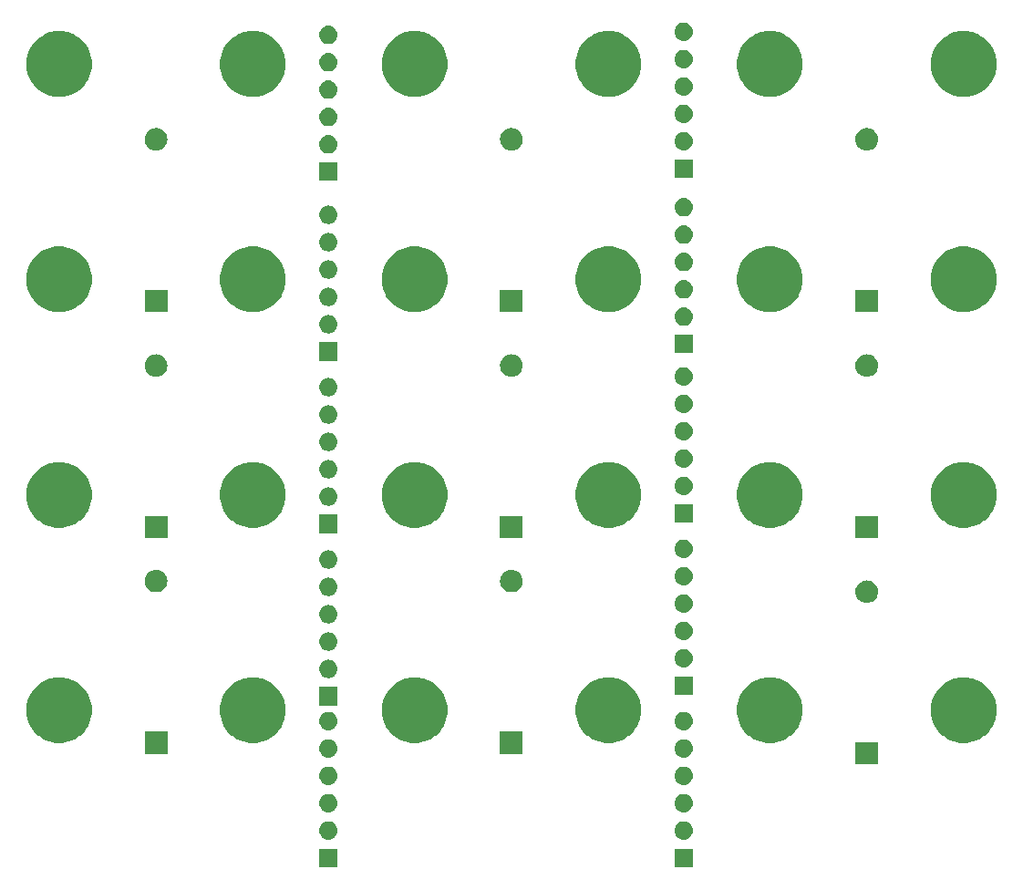
<source format=gbr>
%TF.GenerationSoftware,KiCad,Pcbnew,(5.1.4)-1*%
%TF.CreationDate,2021-02-25T21:00:52+08:00*%
%TF.ProjectId,Coax_fix,436f6178-5f66-4697-982e-6b696361645f,rev?*%
%TF.SameCoordinates,Original*%
%TF.FileFunction,Soldermask,Bot*%
%TF.FilePolarity,Negative*%
%FSLAX46Y46*%
G04 Gerber Fmt 4.6, Leading zero omitted, Abs format (unit mm)*
G04 Created by KiCad (PCBNEW (5.1.4)-1) date 2021-02-25 21:00:52*
%MOMM*%
%LPD*%
G04 APERTURE LIST*
%ADD10C,0.350000*%
G04 APERTURE END LIST*
D10*
G36*
X108851000Y-114551000D02*
G01*
X107149000Y-114551000D01*
X107149000Y-112849000D01*
X108851000Y-112849000D01*
X108851000Y-114551000D01*
X108851000Y-114551000D01*
G37*
G36*
X75851000Y-114551000D02*
G01*
X74149000Y-114551000D01*
X74149000Y-112849000D01*
X75851000Y-112849000D01*
X75851000Y-114551000D01*
X75851000Y-114551000D01*
G37*
G36*
X75166823Y-110321313D02*
G01*
X75327242Y-110369976D01*
X75459906Y-110440886D01*
X75475078Y-110448996D01*
X75604659Y-110555341D01*
X75711004Y-110684922D01*
X75711005Y-110684924D01*
X75790024Y-110832758D01*
X75838687Y-110993177D01*
X75855117Y-111160000D01*
X75838687Y-111326823D01*
X75790024Y-111487242D01*
X75719114Y-111619906D01*
X75711004Y-111635078D01*
X75604659Y-111764659D01*
X75475078Y-111871004D01*
X75475076Y-111871005D01*
X75327242Y-111950024D01*
X75166823Y-111998687D01*
X75041804Y-112011000D01*
X74958196Y-112011000D01*
X74833177Y-111998687D01*
X74672758Y-111950024D01*
X74524924Y-111871005D01*
X74524922Y-111871004D01*
X74395341Y-111764659D01*
X74288996Y-111635078D01*
X74280886Y-111619906D01*
X74209976Y-111487242D01*
X74161313Y-111326823D01*
X74144883Y-111160000D01*
X74161313Y-110993177D01*
X74209976Y-110832758D01*
X74288995Y-110684924D01*
X74288996Y-110684922D01*
X74395341Y-110555341D01*
X74524922Y-110448996D01*
X74540094Y-110440886D01*
X74672758Y-110369976D01*
X74833177Y-110321313D01*
X74958196Y-110309000D01*
X75041804Y-110309000D01*
X75166823Y-110321313D01*
X75166823Y-110321313D01*
G37*
G36*
X108166823Y-110321313D02*
G01*
X108327242Y-110369976D01*
X108459906Y-110440886D01*
X108475078Y-110448996D01*
X108604659Y-110555341D01*
X108711004Y-110684922D01*
X108711005Y-110684924D01*
X108790024Y-110832758D01*
X108838687Y-110993177D01*
X108855117Y-111160000D01*
X108838687Y-111326823D01*
X108790024Y-111487242D01*
X108719114Y-111619906D01*
X108711004Y-111635078D01*
X108604659Y-111764659D01*
X108475078Y-111871004D01*
X108475076Y-111871005D01*
X108327242Y-111950024D01*
X108166823Y-111998687D01*
X108041804Y-112011000D01*
X107958196Y-112011000D01*
X107833177Y-111998687D01*
X107672758Y-111950024D01*
X107524924Y-111871005D01*
X107524922Y-111871004D01*
X107395341Y-111764659D01*
X107288996Y-111635078D01*
X107280886Y-111619906D01*
X107209976Y-111487242D01*
X107161313Y-111326823D01*
X107144883Y-111160000D01*
X107161313Y-110993177D01*
X107209976Y-110832758D01*
X107288995Y-110684924D01*
X107288996Y-110684922D01*
X107395341Y-110555341D01*
X107524922Y-110448996D01*
X107540094Y-110440886D01*
X107672758Y-110369976D01*
X107833177Y-110321313D01*
X107958196Y-110309000D01*
X108041804Y-110309000D01*
X108166823Y-110321313D01*
X108166823Y-110321313D01*
G37*
G36*
X108166823Y-107781313D02*
G01*
X108327242Y-107829976D01*
X108459906Y-107900886D01*
X108475078Y-107908996D01*
X108604659Y-108015341D01*
X108711004Y-108144922D01*
X108711005Y-108144924D01*
X108790024Y-108292758D01*
X108838687Y-108453177D01*
X108855117Y-108620000D01*
X108838687Y-108786823D01*
X108790024Y-108947242D01*
X108719114Y-109079906D01*
X108711004Y-109095078D01*
X108604659Y-109224659D01*
X108475078Y-109331004D01*
X108475076Y-109331005D01*
X108327242Y-109410024D01*
X108166823Y-109458687D01*
X108041804Y-109471000D01*
X107958196Y-109471000D01*
X107833177Y-109458687D01*
X107672758Y-109410024D01*
X107524924Y-109331005D01*
X107524922Y-109331004D01*
X107395341Y-109224659D01*
X107288996Y-109095078D01*
X107280886Y-109079906D01*
X107209976Y-108947242D01*
X107161313Y-108786823D01*
X107144883Y-108620000D01*
X107161313Y-108453177D01*
X107209976Y-108292758D01*
X107288995Y-108144924D01*
X107288996Y-108144922D01*
X107395341Y-108015341D01*
X107524922Y-107908996D01*
X107540094Y-107900886D01*
X107672758Y-107829976D01*
X107833177Y-107781313D01*
X107958196Y-107769000D01*
X108041804Y-107769000D01*
X108166823Y-107781313D01*
X108166823Y-107781313D01*
G37*
G36*
X75166823Y-107781313D02*
G01*
X75327242Y-107829976D01*
X75459906Y-107900886D01*
X75475078Y-107908996D01*
X75604659Y-108015341D01*
X75711004Y-108144922D01*
X75711005Y-108144924D01*
X75790024Y-108292758D01*
X75838687Y-108453177D01*
X75855117Y-108620000D01*
X75838687Y-108786823D01*
X75790024Y-108947242D01*
X75719114Y-109079906D01*
X75711004Y-109095078D01*
X75604659Y-109224659D01*
X75475078Y-109331004D01*
X75475076Y-109331005D01*
X75327242Y-109410024D01*
X75166823Y-109458687D01*
X75041804Y-109471000D01*
X74958196Y-109471000D01*
X74833177Y-109458687D01*
X74672758Y-109410024D01*
X74524924Y-109331005D01*
X74524922Y-109331004D01*
X74395341Y-109224659D01*
X74288996Y-109095078D01*
X74280886Y-109079906D01*
X74209976Y-108947242D01*
X74161313Y-108786823D01*
X74144883Y-108620000D01*
X74161313Y-108453177D01*
X74209976Y-108292758D01*
X74288995Y-108144924D01*
X74288996Y-108144922D01*
X74395341Y-108015341D01*
X74524922Y-107908996D01*
X74540094Y-107900886D01*
X74672758Y-107829976D01*
X74833177Y-107781313D01*
X74958196Y-107769000D01*
X75041804Y-107769000D01*
X75166823Y-107781313D01*
X75166823Y-107781313D01*
G37*
G36*
X75166823Y-105241313D02*
G01*
X75327242Y-105289976D01*
X75459906Y-105360886D01*
X75475078Y-105368996D01*
X75604659Y-105475341D01*
X75711004Y-105604922D01*
X75711005Y-105604924D01*
X75790024Y-105752758D01*
X75838687Y-105913177D01*
X75855117Y-106080000D01*
X75838687Y-106246823D01*
X75790024Y-106407242D01*
X75719114Y-106539906D01*
X75711004Y-106555078D01*
X75604659Y-106684659D01*
X75475078Y-106791004D01*
X75475076Y-106791005D01*
X75327242Y-106870024D01*
X75166823Y-106918687D01*
X75041804Y-106931000D01*
X74958196Y-106931000D01*
X74833177Y-106918687D01*
X74672758Y-106870024D01*
X74524924Y-106791005D01*
X74524922Y-106791004D01*
X74395341Y-106684659D01*
X74288996Y-106555078D01*
X74280886Y-106539906D01*
X74209976Y-106407242D01*
X74161313Y-106246823D01*
X74144883Y-106080000D01*
X74161313Y-105913177D01*
X74209976Y-105752758D01*
X74288995Y-105604924D01*
X74288996Y-105604922D01*
X74395341Y-105475341D01*
X74524922Y-105368996D01*
X74540094Y-105360886D01*
X74672758Y-105289976D01*
X74833177Y-105241313D01*
X74958196Y-105229000D01*
X75041804Y-105229000D01*
X75166823Y-105241313D01*
X75166823Y-105241313D01*
G37*
G36*
X108166823Y-105241313D02*
G01*
X108327242Y-105289976D01*
X108459906Y-105360886D01*
X108475078Y-105368996D01*
X108604659Y-105475341D01*
X108711004Y-105604922D01*
X108711005Y-105604924D01*
X108790024Y-105752758D01*
X108838687Y-105913177D01*
X108855117Y-106080000D01*
X108838687Y-106246823D01*
X108790024Y-106407242D01*
X108719114Y-106539906D01*
X108711004Y-106555078D01*
X108604659Y-106684659D01*
X108475078Y-106791004D01*
X108475076Y-106791005D01*
X108327242Y-106870024D01*
X108166823Y-106918687D01*
X108041804Y-106931000D01*
X107958196Y-106931000D01*
X107833177Y-106918687D01*
X107672758Y-106870024D01*
X107524924Y-106791005D01*
X107524922Y-106791004D01*
X107395341Y-106684659D01*
X107288996Y-106555078D01*
X107280886Y-106539906D01*
X107209976Y-106407242D01*
X107161313Y-106246823D01*
X107144883Y-106080000D01*
X107161313Y-105913177D01*
X107209976Y-105752758D01*
X107288995Y-105604924D01*
X107288996Y-105604922D01*
X107395341Y-105475341D01*
X107524922Y-105368996D01*
X107540094Y-105360886D01*
X107672758Y-105289976D01*
X107833177Y-105241313D01*
X107958196Y-105229000D01*
X108041804Y-105229000D01*
X108166823Y-105241313D01*
X108166823Y-105241313D01*
G37*
G36*
X126051000Y-105051000D02*
G01*
X123949000Y-105051000D01*
X123949000Y-102949000D01*
X126051000Y-102949000D01*
X126051000Y-105051000D01*
X126051000Y-105051000D01*
G37*
G36*
X108166823Y-102701313D02*
G01*
X108327242Y-102749976D01*
X108437047Y-102808668D01*
X108475078Y-102828996D01*
X108604659Y-102935341D01*
X108711004Y-103064922D01*
X108711005Y-103064924D01*
X108790024Y-103212758D01*
X108838687Y-103373177D01*
X108855117Y-103540000D01*
X108838687Y-103706823D01*
X108790024Y-103867242D01*
X108719114Y-103999906D01*
X108711004Y-104015078D01*
X108604659Y-104144659D01*
X108475078Y-104251004D01*
X108475076Y-104251005D01*
X108327242Y-104330024D01*
X108166823Y-104378687D01*
X108041804Y-104391000D01*
X107958196Y-104391000D01*
X107833177Y-104378687D01*
X107672758Y-104330024D01*
X107524924Y-104251005D01*
X107524922Y-104251004D01*
X107395341Y-104144659D01*
X107288996Y-104015078D01*
X107280886Y-103999906D01*
X107209976Y-103867242D01*
X107161313Y-103706823D01*
X107144883Y-103540000D01*
X107161313Y-103373177D01*
X107209976Y-103212758D01*
X107288995Y-103064924D01*
X107288996Y-103064922D01*
X107395341Y-102935341D01*
X107524922Y-102828996D01*
X107562953Y-102808668D01*
X107672758Y-102749976D01*
X107833177Y-102701313D01*
X107958196Y-102689000D01*
X108041804Y-102689000D01*
X108166823Y-102701313D01*
X108166823Y-102701313D01*
G37*
G36*
X75166823Y-102701313D02*
G01*
X75327242Y-102749976D01*
X75437047Y-102808668D01*
X75475078Y-102828996D01*
X75604659Y-102935341D01*
X75711004Y-103064922D01*
X75711005Y-103064924D01*
X75790024Y-103212758D01*
X75838687Y-103373177D01*
X75855117Y-103540000D01*
X75838687Y-103706823D01*
X75790024Y-103867242D01*
X75719114Y-103999906D01*
X75711004Y-104015078D01*
X75604659Y-104144659D01*
X75475078Y-104251004D01*
X75475076Y-104251005D01*
X75327242Y-104330024D01*
X75166823Y-104378687D01*
X75041804Y-104391000D01*
X74958196Y-104391000D01*
X74833177Y-104378687D01*
X74672758Y-104330024D01*
X74524924Y-104251005D01*
X74524922Y-104251004D01*
X74395341Y-104144659D01*
X74288996Y-104015078D01*
X74280886Y-103999906D01*
X74209976Y-103867242D01*
X74161313Y-103706823D01*
X74144883Y-103540000D01*
X74161313Y-103373177D01*
X74209976Y-103212758D01*
X74288995Y-103064924D01*
X74288996Y-103064922D01*
X74395341Y-102935341D01*
X74524922Y-102828996D01*
X74562953Y-102808668D01*
X74672758Y-102749976D01*
X74833177Y-102701313D01*
X74958196Y-102689000D01*
X75041804Y-102689000D01*
X75166823Y-102701313D01*
X75166823Y-102701313D01*
G37*
G36*
X60051000Y-104051000D02*
G01*
X57949000Y-104051000D01*
X57949000Y-101949000D01*
X60051000Y-101949000D01*
X60051000Y-104051000D01*
X60051000Y-104051000D01*
G37*
G36*
X93051000Y-104051000D02*
G01*
X90949000Y-104051000D01*
X90949000Y-101949000D01*
X93051000Y-101949000D01*
X93051000Y-104051000D01*
X93051000Y-104051000D01*
G37*
G36*
X68889943Y-97066248D02*
G01*
X69445189Y-97296238D01*
X69617497Y-97411371D01*
X69944899Y-97630134D01*
X70369866Y-98055101D01*
X70369867Y-98055103D01*
X70703762Y-98554811D01*
X70933752Y-99110057D01*
X71051000Y-99699501D01*
X71051000Y-100300499D01*
X70933752Y-100889943D01*
X70703762Y-101445189D01*
X70641872Y-101537814D01*
X70369866Y-101944899D01*
X69944899Y-102369866D01*
X69870736Y-102419420D01*
X69445189Y-102703762D01*
X68889943Y-102933752D01*
X68300499Y-103051000D01*
X67699501Y-103051000D01*
X67110057Y-102933752D01*
X66554811Y-102703762D01*
X66129264Y-102419420D01*
X66055101Y-102369866D01*
X65630134Y-101944899D01*
X65358128Y-101537814D01*
X65296238Y-101445189D01*
X65066248Y-100889943D01*
X64949000Y-100300499D01*
X64949000Y-99699501D01*
X65066248Y-99110057D01*
X65296238Y-98554811D01*
X65630133Y-98055103D01*
X65630134Y-98055101D01*
X66055101Y-97630134D01*
X66382503Y-97411371D01*
X66554811Y-97296238D01*
X67110057Y-97066248D01*
X67699501Y-96949000D01*
X68300499Y-96949000D01*
X68889943Y-97066248D01*
X68889943Y-97066248D01*
G37*
G36*
X50889943Y-97066248D02*
G01*
X51445189Y-97296238D01*
X51617497Y-97411371D01*
X51944899Y-97630134D01*
X52369866Y-98055101D01*
X52369867Y-98055103D01*
X52703762Y-98554811D01*
X52933752Y-99110057D01*
X53051000Y-99699501D01*
X53051000Y-100300499D01*
X52933752Y-100889943D01*
X52703762Y-101445189D01*
X52641872Y-101537814D01*
X52369866Y-101944899D01*
X51944899Y-102369866D01*
X51870736Y-102419420D01*
X51445189Y-102703762D01*
X50889943Y-102933752D01*
X50300499Y-103051000D01*
X49699501Y-103051000D01*
X49110057Y-102933752D01*
X48554811Y-102703762D01*
X48129264Y-102419420D01*
X48055101Y-102369866D01*
X47630134Y-101944899D01*
X47358128Y-101537814D01*
X47296238Y-101445189D01*
X47066248Y-100889943D01*
X46949000Y-100300499D01*
X46949000Y-99699501D01*
X47066248Y-99110057D01*
X47296238Y-98554811D01*
X47630133Y-98055103D01*
X47630134Y-98055101D01*
X48055101Y-97630134D01*
X48382503Y-97411371D01*
X48554811Y-97296238D01*
X49110057Y-97066248D01*
X49699501Y-96949000D01*
X50300499Y-96949000D01*
X50889943Y-97066248D01*
X50889943Y-97066248D01*
G37*
G36*
X116889943Y-97066248D02*
G01*
X117445189Y-97296238D01*
X117617497Y-97411371D01*
X117944899Y-97630134D01*
X118369866Y-98055101D01*
X118369867Y-98055103D01*
X118703762Y-98554811D01*
X118933752Y-99110057D01*
X119051000Y-99699501D01*
X119051000Y-100300499D01*
X118933752Y-100889943D01*
X118703762Y-101445189D01*
X118641872Y-101537814D01*
X118369866Y-101944899D01*
X117944899Y-102369866D01*
X117870736Y-102419420D01*
X117445189Y-102703762D01*
X116889943Y-102933752D01*
X116300499Y-103051000D01*
X115699501Y-103051000D01*
X115110057Y-102933752D01*
X114554811Y-102703762D01*
X114129264Y-102419420D01*
X114055101Y-102369866D01*
X113630134Y-101944899D01*
X113358128Y-101537814D01*
X113296238Y-101445189D01*
X113066248Y-100889943D01*
X112949000Y-100300499D01*
X112949000Y-99699501D01*
X113066248Y-99110057D01*
X113296238Y-98554811D01*
X113630133Y-98055103D01*
X113630134Y-98055101D01*
X114055101Y-97630134D01*
X114382503Y-97411371D01*
X114554811Y-97296238D01*
X115110057Y-97066248D01*
X115699501Y-96949000D01*
X116300499Y-96949000D01*
X116889943Y-97066248D01*
X116889943Y-97066248D01*
G37*
G36*
X134889943Y-97066248D02*
G01*
X135445189Y-97296238D01*
X135617497Y-97411371D01*
X135944899Y-97630134D01*
X136369866Y-98055101D01*
X136369867Y-98055103D01*
X136703762Y-98554811D01*
X136933752Y-99110057D01*
X137051000Y-99699501D01*
X137051000Y-100300499D01*
X136933752Y-100889943D01*
X136703762Y-101445189D01*
X136641872Y-101537814D01*
X136369866Y-101944899D01*
X135944899Y-102369866D01*
X135870736Y-102419420D01*
X135445189Y-102703762D01*
X134889943Y-102933752D01*
X134300499Y-103051000D01*
X133699501Y-103051000D01*
X133110057Y-102933752D01*
X132554811Y-102703762D01*
X132129264Y-102419420D01*
X132055101Y-102369866D01*
X131630134Y-101944899D01*
X131358128Y-101537814D01*
X131296238Y-101445189D01*
X131066248Y-100889943D01*
X130949000Y-100300499D01*
X130949000Y-99699501D01*
X131066248Y-99110057D01*
X131296238Y-98554811D01*
X131630133Y-98055103D01*
X131630134Y-98055101D01*
X132055101Y-97630134D01*
X132382503Y-97411371D01*
X132554811Y-97296238D01*
X133110057Y-97066248D01*
X133699501Y-96949000D01*
X134300499Y-96949000D01*
X134889943Y-97066248D01*
X134889943Y-97066248D01*
G37*
G36*
X83889943Y-97066248D02*
G01*
X84445189Y-97296238D01*
X84617497Y-97411371D01*
X84944899Y-97630134D01*
X85369866Y-98055101D01*
X85369867Y-98055103D01*
X85703762Y-98554811D01*
X85933752Y-99110057D01*
X86051000Y-99699501D01*
X86051000Y-100300499D01*
X85933752Y-100889943D01*
X85703762Y-101445189D01*
X85641872Y-101537814D01*
X85369866Y-101944899D01*
X84944899Y-102369866D01*
X84870736Y-102419420D01*
X84445189Y-102703762D01*
X83889943Y-102933752D01*
X83300499Y-103051000D01*
X82699501Y-103051000D01*
X82110057Y-102933752D01*
X81554811Y-102703762D01*
X81129264Y-102419420D01*
X81055101Y-102369866D01*
X80630134Y-101944899D01*
X80358128Y-101537814D01*
X80296238Y-101445189D01*
X80066248Y-100889943D01*
X79949000Y-100300499D01*
X79949000Y-99699501D01*
X80066248Y-99110057D01*
X80296238Y-98554811D01*
X80630133Y-98055103D01*
X80630134Y-98055101D01*
X81055101Y-97630134D01*
X81382503Y-97411371D01*
X81554811Y-97296238D01*
X82110057Y-97066248D01*
X82699501Y-96949000D01*
X83300499Y-96949000D01*
X83889943Y-97066248D01*
X83889943Y-97066248D01*
G37*
G36*
X101889943Y-97066248D02*
G01*
X102445189Y-97296238D01*
X102617497Y-97411371D01*
X102944899Y-97630134D01*
X103369866Y-98055101D01*
X103369867Y-98055103D01*
X103703762Y-98554811D01*
X103933752Y-99110057D01*
X104051000Y-99699501D01*
X104051000Y-100300499D01*
X103933752Y-100889943D01*
X103703762Y-101445189D01*
X103641872Y-101537814D01*
X103369866Y-101944899D01*
X102944899Y-102369866D01*
X102870736Y-102419420D01*
X102445189Y-102703762D01*
X101889943Y-102933752D01*
X101300499Y-103051000D01*
X100699501Y-103051000D01*
X100110057Y-102933752D01*
X99554811Y-102703762D01*
X99129264Y-102419420D01*
X99055101Y-102369866D01*
X98630134Y-101944899D01*
X98358128Y-101537814D01*
X98296238Y-101445189D01*
X98066248Y-100889943D01*
X97949000Y-100300499D01*
X97949000Y-99699501D01*
X98066248Y-99110057D01*
X98296238Y-98554811D01*
X98630133Y-98055103D01*
X98630134Y-98055101D01*
X99055101Y-97630134D01*
X99382503Y-97411371D01*
X99554811Y-97296238D01*
X100110057Y-97066248D01*
X100699501Y-96949000D01*
X101300499Y-96949000D01*
X101889943Y-97066248D01*
X101889943Y-97066248D01*
G37*
G36*
X108166823Y-100161313D02*
G01*
X108327242Y-100209976D01*
X108459906Y-100280886D01*
X108475078Y-100288996D01*
X108604659Y-100395341D01*
X108711004Y-100524922D01*
X108711005Y-100524924D01*
X108790024Y-100672758D01*
X108838687Y-100833177D01*
X108855117Y-101000000D01*
X108838687Y-101166823D01*
X108790024Y-101327242D01*
X108726980Y-101445189D01*
X108711004Y-101475078D01*
X108604659Y-101604659D01*
X108475078Y-101711004D01*
X108475076Y-101711005D01*
X108327242Y-101790024D01*
X108166823Y-101838687D01*
X108041804Y-101851000D01*
X107958196Y-101851000D01*
X107833177Y-101838687D01*
X107672758Y-101790024D01*
X107524924Y-101711005D01*
X107524922Y-101711004D01*
X107395341Y-101604659D01*
X107288996Y-101475078D01*
X107273020Y-101445189D01*
X107209976Y-101327242D01*
X107161313Y-101166823D01*
X107144883Y-101000000D01*
X107161313Y-100833177D01*
X107209976Y-100672758D01*
X107288995Y-100524924D01*
X107288996Y-100524922D01*
X107395341Y-100395341D01*
X107524922Y-100288996D01*
X107540094Y-100280886D01*
X107672758Y-100209976D01*
X107833177Y-100161313D01*
X107958196Y-100149000D01*
X108041804Y-100149000D01*
X108166823Y-100161313D01*
X108166823Y-100161313D01*
G37*
G36*
X75166823Y-100161313D02*
G01*
X75327242Y-100209976D01*
X75459906Y-100280886D01*
X75475078Y-100288996D01*
X75604659Y-100395341D01*
X75711004Y-100524922D01*
X75711005Y-100524924D01*
X75790024Y-100672758D01*
X75838687Y-100833177D01*
X75855117Y-101000000D01*
X75838687Y-101166823D01*
X75790024Y-101327242D01*
X75726980Y-101445189D01*
X75711004Y-101475078D01*
X75604659Y-101604659D01*
X75475078Y-101711004D01*
X75475076Y-101711005D01*
X75327242Y-101790024D01*
X75166823Y-101838687D01*
X75041804Y-101851000D01*
X74958196Y-101851000D01*
X74833177Y-101838687D01*
X74672758Y-101790024D01*
X74524924Y-101711005D01*
X74524922Y-101711004D01*
X74395341Y-101604659D01*
X74288996Y-101475078D01*
X74273020Y-101445189D01*
X74209976Y-101327242D01*
X74161313Y-101166823D01*
X74144883Y-101000000D01*
X74161313Y-100833177D01*
X74209976Y-100672758D01*
X74288995Y-100524924D01*
X74288996Y-100524922D01*
X74395341Y-100395341D01*
X74524922Y-100288996D01*
X74540094Y-100280886D01*
X74672758Y-100209976D01*
X74833177Y-100161313D01*
X74958196Y-100149000D01*
X75041804Y-100149000D01*
X75166823Y-100161313D01*
X75166823Y-100161313D01*
G37*
G36*
X75851000Y-99551000D02*
G01*
X74149000Y-99551000D01*
X74149000Y-97849000D01*
X75851000Y-97849000D01*
X75851000Y-99551000D01*
X75851000Y-99551000D01*
G37*
G36*
X108851000Y-98551000D02*
G01*
X107149000Y-98551000D01*
X107149000Y-96849000D01*
X108851000Y-96849000D01*
X108851000Y-98551000D01*
X108851000Y-98551000D01*
G37*
G36*
X75166823Y-95321313D02*
G01*
X75327242Y-95369976D01*
X75459906Y-95440886D01*
X75475078Y-95448996D01*
X75604659Y-95555341D01*
X75711004Y-95684922D01*
X75711005Y-95684924D01*
X75790024Y-95832758D01*
X75838687Y-95993177D01*
X75855117Y-96160000D01*
X75838687Y-96326823D01*
X75790024Y-96487242D01*
X75719114Y-96619906D01*
X75711004Y-96635078D01*
X75604659Y-96764659D01*
X75475078Y-96871004D01*
X75475076Y-96871005D01*
X75327242Y-96950024D01*
X75166823Y-96998687D01*
X75041804Y-97011000D01*
X74958196Y-97011000D01*
X74833177Y-96998687D01*
X74672758Y-96950024D01*
X74524924Y-96871005D01*
X74524922Y-96871004D01*
X74395341Y-96764659D01*
X74288996Y-96635078D01*
X74280886Y-96619906D01*
X74209976Y-96487242D01*
X74161313Y-96326823D01*
X74144883Y-96160000D01*
X74161313Y-95993177D01*
X74209976Y-95832758D01*
X74288995Y-95684924D01*
X74288996Y-95684922D01*
X74395341Y-95555341D01*
X74524922Y-95448996D01*
X74540094Y-95440886D01*
X74672758Y-95369976D01*
X74833177Y-95321313D01*
X74958196Y-95309000D01*
X75041804Y-95309000D01*
X75166823Y-95321313D01*
X75166823Y-95321313D01*
G37*
G36*
X108166823Y-94321313D02*
G01*
X108327242Y-94369976D01*
X108402166Y-94410024D01*
X108475078Y-94448996D01*
X108604659Y-94555341D01*
X108711004Y-94684922D01*
X108711005Y-94684924D01*
X108790024Y-94832758D01*
X108838687Y-94993177D01*
X108855117Y-95160000D01*
X108838687Y-95326823D01*
X108790024Y-95487242D01*
X108753624Y-95555341D01*
X108711004Y-95635078D01*
X108604659Y-95764659D01*
X108475078Y-95871004D01*
X108475076Y-95871005D01*
X108327242Y-95950024D01*
X108166823Y-95998687D01*
X108041804Y-96011000D01*
X107958196Y-96011000D01*
X107833177Y-95998687D01*
X107672758Y-95950024D01*
X107524924Y-95871005D01*
X107524922Y-95871004D01*
X107395341Y-95764659D01*
X107288996Y-95635078D01*
X107246376Y-95555341D01*
X107209976Y-95487242D01*
X107161313Y-95326823D01*
X107144883Y-95160000D01*
X107161313Y-94993177D01*
X107209976Y-94832758D01*
X107288995Y-94684924D01*
X107288996Y-94684922D01*
X107395341Y-94555341D01*
X107524922Y-94448996D01*
X107597834Y-94410024D01*
X107672758Y-94369976D01*
X107833177Y-94321313D01*
X107958196Y-94309000D01*
X108041804Y-94309000D01*
X108166823Y-94321313D01*
X108166823Y-94321313D01*
G37*
G36*
X75166823Y-92781313D02*
G01*
X75327242Y-92829976D01*
X75459906Y-92900886D01*
X75475078Y-92908996D01*
X75604659Y-93015341D01*
X75711004Y-93144922D01*
X75711005Y-93144924D01*
X75790024Y-93292758D01*
X75838687Y-93453177D01*
X75855117Y-93620000D01*
X75838687Y-93786823D01*
X75790024Y-93947242D01*
X75719114Y-94079906D01*
X75711004Y-94095078D01*
X75604659Y-94224659D01*
X75475078Y-94331004D01*
X75475076Y-94331005D01*
X75327242Y-94410024D01*
X75166823Y-94458687D01*
X75041804Y-94471000D01*
X74958196Y-94471000D01*
X74833177Y-94458687D01*
X74672758Y-94410024D01*
X74524924Y-94331005D01*
X74524922Y-94331004D01*
X74395341Y-94224659D01*
X74288996Y-94095078D01*
X74280886Y-94079906D01*
X74209976Y-93947242D01*
X74161313Y-93786823D01*
X74144883Y-93620000D01*
X74161313Y-93453177D01*
X74209976Y-93292758D01*
X74288995Y-93144924D01*
X74288996Y-93144922D01*
X74395341Y-93015341D01*
X74524922Y-92908996D01*
X74540094Y-92900886D01*
X74672758Y-92829976D01*
X74833177Y-92781313D01*
X74958196Y-92769000D01*
X75041804Y-92769000D01*
X75166823Y-92781313D01*
X75166823Y-92781313D01*
G37*
G36*
X108166823Y-91781313D02*
G01*
X108327242Y-91829976D01*
X108402166Y-91870024D01*
X108475078Y-91908996D01*
X108604659Y-92015341D01*
X108711004Y-92144922D01*
X108711005Y-92144924D01*
X108790024Y-92292758D01*
X108838687Y-92453177D01*
X108855117Y-92620000D01*
X108838687Y-92786823D01*
X108790024Y-92947242D01*
X108753624Y-93015341D01*
X108711004Y-93095078D01*
X108604659Y-93224659D01*
X108475078Y-93331004D01*
X108475076Y-93331005D01*
X108327242Y-93410024D01*
X108166823Y-93458687D01*
X108041804Y-93471000D01*
X107958196Y-93471000D01*
X107833177Y-93458687D01*
X107672758Y-93410024D01*
X107524924Y-93331005D01*
X107524922Y-93331004D01*
X107395341Y-93224659D01*
X107288996Y-93095078D01*
X107246376Y-93015341D01*
X107209976Y-92947242D01*
X107161313Y-92786823D01*
X107144883Y-92620000D01*
X107161313Y-92453177D01*
X107209976Y-92292758D01*
X107288995Y-92144924D01*
X107288996Y-92144922D01*
X107395341Y-92015341D01*
X107524922Y-91908996D01*
X107597834Y-91870024D01*
X107672758Y-91829976D01*
X107833177Y-91781313D01*
X107958196Y-91769000D01*
X108041804Y-91769000D01*
X108166823Y-91781313D01*
X108166823Y-91781313D01*
G37*
G36*
X75166823Y-90241313D02*
G01*
X75327242Y-90289976D01*
X75459906Y-90360886D01*
X75475078Y-90368996D01*
X75604659Y-90475341D01*
X75711004Y-90604922D01*
X75711005Y-90604924D01*
X75790024Y-90752758D01*
X75838687Y-90913177D01*
X75855117Y-91080000D01*
X75838687Y-91246823D01*
X75790024Y-91407242D01*
X75719114Y-91539906D01*
X75711004Y-91555078D01*
X75604659Y-91684659D01*
X75475078Y-91791004D01*
X75475076Y-91791005D01*
X75327242Y-91870024D01*
X75166823Y-91918687D01*
X75041804Y-91931000D01*
X74958196Y-91931000D01*
X74833177Y-91918687D01*
X74672758Y-91870024D01*
X74524924Y-91791005D01*
X74524922Y-91791004D01*
X74395341Y-91684659D01*
X74288996Y-91555078D01*
X74280886Y-91539906D01*
X74209976Y-91407242D01*
X74161313Y-91246823D01*
X74144883Y-91080000D01*
X74161313Y-90913177D01*
X74209976Y-90752758D01*
X74288995Y-90604924D01*
X74288996Y-90604922D01*
X74395341Y-90475341D01*
X74524922Y-90368996D01*
X74540094Y-90360886D01*
X74672758Y-90289976D01*
X74833177Y-90241313D01*
X74958196Y-90229000D01*
X75041804Y-90229000D01*
X75166823Y-90241313D01*
X75166823Y-90241313D01*
G37*
G36*
X108166823Y-89241313D02*
G01*
X108327242Y-89289976D01*
X108402166Y-89330024D01*
X108475078Y-89368996D01*
X108604659Y-89475341D01*
X108711004Y-89604922D01*
X108711005Y-89604924D01*
X108790024Y-89752758D01*
X108838687Y-89913177D01*
X108855117Y-90080000D01*
X108838687Y-90246823D01*
X108790024Y-90407242D01*
X108753624Y-90475341D01*
X108711004Y-90555078D01*
X108604659Y-90684659D01*
X108475078Y-90791004D01*
X108475076Y-90791005D01*
X108327242Y-90870024D01*
X108166823Y-90918687D01*
X108041804Y-90931000D01*
X107958196Y-90931000D01*
X107833177Y-90918687D01*
X107672758Y-90870024D01*
X107524924Y-90791005D01*
X107524922Y-90791004D01*
X107395341Y-90684659D01*
X107288996Y-90555078D01*
X107246376Y-90475341D01*
X107209976Y-90407242D01*
X107161313Y-90246823D01*
X107144883Y-90080000D01*
X107161313Y-89913177D01*
X107209976Y-89752758D01*
X107288995Y-89604924D01*
X107288996Y-89604922D01*
X107395341Y-89475341D01*
X107524922Y-89368996D01*
X107597834Y-89330024D01*
X107672758Y-89289976D01*
X107833177Y-89241313D01*
X107958196Y-89229000D01*
X108041804Y-89229000D01*
X108166823Y-89241313D01*
X108166823Y-89241313D01*
G37*
G36*
X125103097Y-87954069D02*
G01*
X125206032Y-87964207D01*
X125404146Y-88024305D01*
X125404149Y-88024306D01*
X125500975Y-88076061D01*
X125586729Y-88121897D01*
X125746765Y-88253235D01*
X125878103Y-88413271D01*
X125923939Y-88499025D01*
X125975694Y-88595851D01*
X125975695Y-88595854D01*
X126035793Y-88793968D01*
X126056085Y-89000000D01*
X126035793Y-89206032D01*
X125986358Y-89368995D01*
X125975694Y-89404149D01*
X125937641Y-89475341D01*
X125878103Y-89586729D01*
X125746765Y-89746765D01*
X125586729Y-89878103D01*
X125500975Y-89923939D01*
X125404149Y-89975694D01*
X125404146Y-89975695D01*
X125206032Y-90035793D01*
X125103097Y-90045931D01*
X125051631Y-90051000D01*
X124948369Y-90051000D01*
X124896903Y-90045931D01*
X124793968Y-90035793D01*
X124595854Y-89975695D01*
X124595851Y-89975694D01*
X124499025Y-89923939D01*
X124413271Y-89878103D01*
X124253235Y-89746765D01*
X124121897Y-89586729D01*
X124062359Y-89475341D01*
X124024306Y-89404149D01*
X124013642Y-89368995D01*
X123964207Y-89206032D01*
X123943915Y-89000000D01*
X123964207Y-88793968D01*
X124024305Y-88595854D01*
X124024306Y-88595851D01*
X124076061Y-88499025D01*
X124121897Y-88413271D01*
X124253235Y-88253235D01*
X124413271Y-88121897D01*
X124499025Y-88076061D01*
X124595851Y-88024306D01*
X124595854Y-88024305D01*
X124793968Y-87964207D01*
X124896903Y-87954069D01*
X124948369Y-87949000D01*
X125051631Y-87949000D01*
X125103097Y-87954069D01*
X125103097Y-87954069D01*
G37*
G36*
X75166823Y-87701313D02*
G01*
X75327242Y-87749976D01*
X75459906Y-87820886D01*
X75475078Y-87828996D01*
X75604659Y-87935341D01*
X75711004Y-88064922D01*
X75711005Y-88064924D01*
X75790024Y-88212758D01*
X75838687Y-88373177D01*
X75855117Y-88540000D01*
X75838687Y-88706823D01*
X75790024Y-88867242D01*
X75719114Y-88999906D01*
X75711004Y-89015078D01*
X75604659Y-89144659D01*
X75475078Y-89251004D01*
X75475076Y-89251005D01*
X75327242Y-89330024D01*
X75166823Y-89378687D01*
X75041804Y-89391000D01*
X74958196Y-89391000D01*
X74833177Y-89378687D01*
X74672758Y-89330024D01*
X74524924Y-89251005D01*
X74524922Y-89251004D01*
X74395341Y-89144659D01*
X74288996Y-89015078D01*
X74280886Y-88999906D01*
X74209976Y-88867242D01*
X74161313Y-88706823D01*
X74144883Y-88540000D01*
X74161313Y-88373177D01*
X74209976Y-88212758D01*
X74288995Y-88064924D01*
X74288996Y-88064922D01*
X74395341Y-87935341D01*
X74524922Y-87828996D01*
X74540094Y-87820886D01*
X74672758Y-87749976D01*
X74833177Y-87701313D01*
X74958196Y-87689000D01*
X75041804Y-87689000D01*
X75166823Y-87701313D01*
X75166823Y-87701313D01*
G37*
G36*
X59103097Y-86954069D02*
G01*
X59206032Y-86964207D01*
X59404146Y-87024305D01*
X59404149Y-87024306D01*
X59500975Y-87076061D01*
X59586729Y-87121897D01*
X59746765Y-87253235D01*
X59878103Y-87413271D01*
X59923939Y-87499025D01*
X59975694Y-87595851D01*
X59975695Y-87595854D01*
X60035793Y-87793968D01*
X60056085Y-88000000D01*
X60035793Y-88206032D01*
X59985090Y-88373175D01*
X59975694Y-88404149D01*
X59923939Y-88500975D01*
X59878103Y-88586729D01*
X59746765Y-88746765D01*
X59586729Y-88878103D01*
X59500975Y-88923939D01*
X59404149Y-88975694D01*
X59404146Y-88975695D01*
X59206032Y-89035793D01*
X59103097Y-89045931D01*
X59051631Y-89051000D01*
X58948369Y-89051000D01*
X58896903Y-89045931D01*
X58793968Y-89035793D01*
X58595854Y-88975695D01*
X58595851Y-88975694D01*
X58499025Y-88923939D01*
X58413271Y-88878103D01*
X58253235Y-88746765D01*
X58121897Y-88586729D01*
X58076061Y-88500975D01*
X58024306Y-88404149D01*
X58014910Y-88373175D01*
X57964207Y-88206032D01*
X57943915Y-88000000D01*
X57964207Y-87793968D01*
X58024305Y-87595854D01*
X58024306Y-87595851D01*
X58076061Y-87499025D01*
X58121897Y-87413271D01*
X58253235Y-87253235D01*
X58413271Y-87121897D01*
X58499025Y-87076061D01*
X58595851Y-87024306D01*
X58595854Y-87024305D01*
X58793968Y-86964207D01*
X58896903Y-86954069D01*
X58948369Y-86949000D01*
X59051631Y-86949000D01*
X59103097Y-86954069D01*
X59103097Y-86954069D01*
G37*
G36*
X92103097Y-86954069D02*
G01*
X92206032Y-86964207D01*
X92404146Y-87024305D01*
X92404149Y-87024306D01*
X92500975Y-87076061D01*
X92586729Y-87121897D01*
X92746765Y-87253235D01*
X92878103Y-87413271D01*
X92923939Y-87499025D01*
X92975694Y-87595851D01*
X92975695Y-87595854D01*
X93035793Y-87793968D01*
X93056085Y-88000000D01*
X93035793Y-88206032D01*
X92985090Y-88373175D01*
X92975694Y-88404149D01*
X92923939Y-88500975D01*
X92878103Y-88586729D01*
X92746765Y-88746765D01*
X92586729Y-88878103D01*
X92500975Y-88923939D01*
X92404149Y-88975694D01*
X92404146Y-88975695D01*
X92206032Y-89035793D01*
X92103097Y-89045931D01*
X92051631Y-89051000D01*
X91948369Y-89051000D01*
X91896903Y-89045931D01*
X91793968Y-89035793D01*
X91595854Y-88975695D01*
X91595851Y-88975694D01*
X91499025Y-88923939D01*
X91413271Y-88878103D01*
X91253235Y-88746765D01*
X91121897Y-88586729D01*
X91076061Y-88500975D01*
X91024306Y-88404149D01*
X91014910Y-88373175D01*
X90964207Y-88206032D01*
X90943915Y-88000000D01*
X90964207Y-87793968D01*
X91024305Y-87595854D01*
X91024306Y-87595851D01*
X91076061Y-87499025D01*
X91121897Y-87413271D01*
X91253235Y-87253235D01*
X91413271Y-87121897D01*
X91499025Y-87076061D01*
X91595851Y-87024306D01*
X91595854Y-87024305D01*
X91793968Y-86964207D01*
X91896903Y-86954069D01*
X91948369Y-86949000D01*
X92051631Y-86949000D01*
X92103097Y-86954069D01*
X92103097Y-86954069D01*
G37*
G36*
X108166823Y-86701313D02*
G01*
X108327242Y-86749976D01*
X108402166Y-86790024D01*
X108475078Y-86828996D01*
X108604659Y-86935341D01*
X108711004Y-87064922D01*
X108711005Y-87064924D01*
X108790024Y-87212758D01*
X108838687Y-87373177D01*
X108855117Y-87540000D01*
X108838687Y-87706823D01*
X108790024Y-87867242D01*
X108753624Y-87935341D01*
X108711004Y-88015078D01*
X108604659Y-88144659D01*
X108475078Y-88251004D01*
X108475076Y-88251005D01*
X108327242Y-88330024D01*
X108166823Y-88378687D01*
X108041804Y-88391000D01*
X107958196Y-88391000D01*
X107833177Y-88378687D01*
X107672758Y-88330024D01*
X107524924Y-88251005D01*
X107524922Y-88251004D01*
X107395341Y-88144659D01*
X107288996Y-88015078D01*
X107246376Y-87935341D01*
X107209976Y-87867242D01*
X107161313Y-87706823D01*
X107144883Y-87540000D01*
X107161313Y-87373177D01*
X107209976Y-87212758D01*
X107288995Y-87064924D01*
X107288996Y-87064922D01*
X107395341Y-86935341D01*
X107524922Y-86828996D01*
X107597834Y-86790024D01*
X107672758Y-86749976D01*
X107833177Y-86701313D01*
X107958196Y-86689000D01*
X108041804Y-86689000D01*
X108166823Y-86701313D01*
X108166823Y-86701313D01*
G37*
G36*
X75166823Y-85161313D02*
G01*
X75327242Y-85209976D01*
X75459906Y-85280886D01*
X75475078Y-85288996D01*
X75604659Y-85395341D01*
X75711004Y-85524922D01*
X75711005Y-85524924D01*
X75790024Y-85672758D01*
X75838687Y-85833177D01*
X75855117Y-86000000D01*
X75838687Y-86166823D01*
X75790024Y-86327242D01*
X75719114Y-86459906D01*
X75711004Y-86475078D01*
X75604659Y-86604659D01*
X75475078Y-86711004D01*
X75475076Y-86711005D01*
X75327242Y-86790024D01*
X75166823Y-86838687D01*
X75041804Y-86851000D01*
X74958196Y-86851000D01*
X74833177Y-86838687D01*
X74672758Y-86790024D01*
X74524924Y-86711005D01*
X74524922Y-86711004D01*
X74395341Y-86604659D01*
X74288996Y-86475078D01*
X74280886Y-86459906D01*
X74209976Y-86327242D01*
X74161313Y-86166823D01*
X74144883Y-86000000D01*
X74161313Y-85833177D01*
X74209976Y-85672758D01*
X74288995Y-85524924D01*
X74288996Y-85524922D01*
X74395341Y-85395341D01*
X74524922Y-85288996D01*
X74540094Y-85280886D01*
X74672758Y-85209976D01*
X74833177Y-85161313D01*
X74958196Y-85149000D01*
X75041804Y-85149000D01*
X75166823Y-85161313D01*
X75166823Y-85161313D01*
G37*
G36*
X108166823Y-84161313D02*
G01*
X108327242Y-84209976D01*
X108459906Y-84280886D01*
X108475078Y-84288996D01*
X108604659Y-84395341D01*
X108711004Y-84524922D01*
X108711005Y-84524924D01*
X108790024Y-84672758D01*
X108838687Y-84833177D01*
X108855117Y-85000000D01*
X108838687Y-85166823D01*
X108790024Y-85327242D01*
X108753624Y-85395341D01*
X108711004Y-85475078D01*
X108604659Y-85604659D01*
X108475078Y-85711004D01*
X108475076Y-85711005D01*
X108327242Y-85790024D01*
X108166823Y-85838687D01*
X108041804Y-85851000D01*
X107958196Y-85851000D01*
X107833177Y-85838687D01*
X107672758Y-85790024D01*
X107524924Y-85711005D01*
X107524922Y-85711004D01*
X107395341Y-85604659D01*
X107288996Y-85475078D01*
X107246376Y-85395341D01*
X107209976Y-85327242D01*
X107161313Y-85166823D01*
X107144883Y-85000000D01*
X107161313Y-84833177D01*
X107209976Y-84672758D01*
X107288995Y-84524924D01*
X107288996Y-84524922D01*
X107395341Y-84395341D01*
X107524922Y-84288996D01*
X107540094Y-84280886D01*
X107672758Y-84209976D01*
X107833177Y-84161313D01*
X107958196Y-84149000D01*
X108041804Y-84149000D01*
X108166823Y-84161313D01*
X108166823Y-84161313D01*
G37*
G36*
X60051000Y-84051000D02*
G01*
X57949000Y-84051000D01*
X57949000Y-81949000D01*
X60051000Y-81949000D01*
X60051000Y-84051000D01*
X60051000Y-84051000D01*
G37*
G36*
X93051000Y-84051000D02*
G01*
X90949000Y-84051000D01*
X90949000Y-81949000D01*
X93051000Y-81949000D01*
X93051000Y-84051000D01*
X93051000Y-84051000D01*
G37*
G36*
X126051000Y-84051000D02*
G01*
X123949000Y-84051000D01*
X123949000Y-81949000D01*
X126051000Y-81949000D01*
X126051000Y-84051000D01*
X126051000Y-84051000D01*
G37*
G36*
X75851000Y-83551000D02*
G01*
X74149000Y-83551000D01*
X74149000Y-81849000D01*
X75851000Y-81849000D01*
X75851000Y-83551000D01*
X75851000Y-83551000D01*
G37*
G36*
X83889943Y-77066248D02*
G01*
X84445189Y-77296238D01*
X84615481Y-77410024D01*
X84944899Y-77630134D01*
X85369866Y-78055101D01*
X85369867Y-78055103D01*
X85703762Y-78554811D01*
X85933752Y-79110057D01*
X86051000Y-79699501D01*
X86051000Y-80300499D01*
X85933752Y-80889943D01*
X85703762Y-81445189D01*
X85641872Y-81537814D01*
X85369866Y-81944899D01*
X84944899Y-82369866D01*
X84870736Y-82419420D01*
X84445189Y-82703762D01*
X83889943Y-82933752D01*
X83300499Y-83051000D01*
X82699501Y-83051000D01*
X82110057Y-82933752D01*
X81554811Y-82703762D01*
X81129264Y-82419420D01*
X81055101Y-82369866D01*
X80630134Y-81944899D01*
X80358128Y-81537814D01*
X80296238Y-81445189D01*
X80066248Y-80889943D01*
X79949000Y-80300499D01*
X79949000Y-79699501D01*
X80066248Y-79110057D01*
X80296238Y-78554811D01*
X80630133Y-78055103D01*
X80630134Y-78055101D01*
X81055101Y-77630134D01*
X81384519Y-77410024D01*
X81554811Y-77296238D01*
X82110057Y-77066248D01*
X82699501Y-76949000D01*
X83300499Y-76949000D01*
X83889943Y-77066248D01*
X83889943Y-77066248D01*
G37*
G36*
X116889943Y-77066248D02*
G01*
X117445189Y-77296238D01*
X117615481Y-77410024D01*
X117944899Y-77630134D01*
X118369866Y-78055101D01*
X118369867Y-78055103D01*
X118703762Y-78554811D01*
X118933752Y-79110057D01*
X119051000Y-79699501D01*
X119051000Y-80300499D01*
X118933752Y-80889943D01*
X118703762Y-81445189D01*
X118641872Y-81537814D01*
X118369866Y-81944899D01*
X117944899Y-82369866D01*
X117870736Y-82419420D01*
X117445189Y-82703762D01*
X116889943Y-82933752D01*
X116300499Y-83051000D01*
X115699501Y-83051000D01*
X115110057Y-82933752D01*
X114554811Y-82703762D01*
X114129264Y-82419420D01*
X114055101Y-82369866D01*
X113630134Y-81944899D01*
X113358128Y-81537814D01*
X113296238Y-81445189D01*
X113066248Y-80889943D01*
X112949000Y-80300499D01*
X112949000Y-79699501D01*
X113066248Y-79110057D01*
X113296238Y-78554811D01*
X113630133Y-78055103D01*
X113630134Y-78055101D01*
X114055101Y-77630134D01*
X114384519Y-77410024D01*
X114554811Y-77296238D01*
X115110057Y-77066248D01*
X115699501Y-76949000D01*
X116300499Y-76949000D01*
X116889943Y-77066248D01*
X116889943Y-77066248D01*
G37*
G36*
X134889943Y-77066248D02*
G01*
X135445189Y-77296238D01*
X135615481Y-77410024D01*
X135944899Y-77630134D01*
X136369866Y-78055101D01*
X136369867Y-78055103D01*
X136703762Y-78554811D01*
X136933752Y-79110057D01*
X137051000Y-79699501D01*
X137051000Y-80300499D01*
X136933752Y-80889943D01*
X136703762Y-81445189D01*
X136641872Y-81537814D01*
X136369866Y-81944899D01*
X135944899Y-82369866D01*
X135870736Y-82419420D01*
X135445189Y-82703762D01*
X134889943Y-82933752D01*
X134300499Y-83051000D01*
X133699501Y-83051000D01*
X133110057Y-82933752D01*
X132554811Y-82703762D01*
X132129264Y-82419420D01*
X132055101Y-82369866D01*
X131630134Y-81944899D01*
X131358128Y-81537814D01*
X131296238Y-81445189D01*
X131066248Y-80889943D01*
X130949000Y-80300499D01*
X130949000Y-79699501D01*
X131066248Y-79110057D01*
X131296238Y-78554811D01*
X131630133Y-78055103D01*
X131630134Y-78055101D01*
X132055101Y-77630134D01*
X132384519Y-77410024D01*
X132554811Y-77296238D01*
X133110057Y-77066248D01*
X133699501Y-76949000D01*
X134300499Y-76949000D01*
X134889943Y-77066248D01*
X134889943Y-77066248D01*
G37*
G36*
X101889943Y-77066248D02*
G01*
X102445189Y-77296238D01*
X102615481Y-77410024D01*
X102944899Y-77630134D01*
X103369866Y-78055101D01*
X103369867Y-78055103D01*
X103703762Y-78554811D01*
X103933752Y-79110057D01*
X104051000Y-79699501D01*
X104051000Y-80300499D01*
X103933752Y-80889943D01*
X103703762Y-81445189D01*
X103641872Y-81537814D01*
X103369866Y-81944899D01*
X102944899Y-82369866D01*
X102870736Y-82419420D01*
X102445189Y-82703762D01*
X101889943Y-82933752D01*
X101300499Y-83051000D01*
X100699501Y-83051000D01*
X100110057Y-82933752D01*
X99554811Y-82703762D01*
X99129264Y-82419420D01*
X99055101Y-82369866D01*
X98630134Y-81944899D01*
X98358128Y-81537814D01*
X98296238Y-81445189D01*
X98066248Y-80889943D01*
X97949000Y-80300499D01*
X97949000Y-79699501D01*
X98066248Y-79110057D01*
X98296238Y-78554811D01*
X98630133Y-78055103D01*
X98630134Y-78055101D01*
X99055101Y-77630134D01*
X99384519Y-77410024D01*
X99554811Y-77296238D01*
X100110057Y-77066248D01*
X100699501Y-76949000D01*
X101300499Y-76949000D01*
X101889943Y-77066248D01*
X101889943Y-77066248D01*
G37*
G36*
X68889943Y-77066248D02*
G01*
X69445189Y-77296238D01*
X69615481Y-77410024D01*
X69944899Y-77630134D01*
X70369866Y-78055101D01*
X70369867Y-78055103D01*
X70703762Y-78554811D01*
X70933752Y-79110057D01*
X71051000Y-79699501D01*
X71051000Y-80300499D01*
X70933752Y-80889943D01*
X70703762Y-81445189D01*
X70641872Y-81537814D01*
X70369866Y-81944899D01*
X69944899Y-82369866D01*
X69870736Y-82419420D01*
X69445189Y-82703762D01*
X68889943Y-82933752D01*
X68300499Y-83051000D01*
X67699501Y-83051000D01*
X67110057Y-82933752D01*
X66554811Y-82703762D01*
X66129264Y-82419420D01*
X66055101Y-82369866D01*
X65630134Y-81944899D01*
X65358128Y-81537814D01*
X65296238Y-81445189D01*
X65066248Y-80889943D01*
X64949000Y-80300499D01*
X64949000Y-79699501D01*
X65066248Y-79110057D01*
X65296238Y-78554811D01*
X65630133Y-78055103D01*
X65630134Y-78055101D01*
X66055101Y-77630134D01*
X66384519Y-77410024D01*
X66554811Y-77296238D01*
X67110057Y-77066248D01*
X67699501Y-76949000D01*
X68300499Y-76949000D01*
X68889943Y-77066248D01*
X68889943Y-77066248D01*
G37*
G36*
X50889943Y-77066248D02*
G01*
X51445189Y-77296238D01*
X51615481Y-77410024D01*
X51944899Y-77630134D01*
X52369866Y-78055101D01*
X52369867Y-78055103D01*
X52703762Y-78554811D01*
X52933752Y-79110057D01*
X53051000Y-79699501D01*
X53051000Y-80300499D01*
X52933752Y-80889943D01*
X52703762Y-81445189D01*
X52641872Y-81537814D01*
X52369866Y-81944899D01*
X51944899Y-82369866D01*
X51870736Y-82419420D01*
X51445189Y-82703762D01*
X50889943Y-82933752D01*
X50300499Y-83051000D01*
X49699501Y-83051000D01*
X49110057Y-82933752D01*
X48554811Y-82703762D01*
X48129264Y-82419420D01*
X48055101Y-82369866D01*
X47630134Y-81944899D01*
X47358128Y-81537814D01*
X47296238Y-81445189D01*
X47066248Y-80889943D01*
X46949000Y-80300499D01*
X46949000Y-79699501D01*
X47066248Y-79110057D01*
X47296238Y-78554811D01*
X47630133Y-78055103D01*
X47630134Y-78055101D01*
X48055101Y-77630134D01*
X48384519Y-77410024D01*
X48554811Y-77296238D01*
X49110057Y-77066248D01*
X49699501Y-76949000D01*
X50300499Y-76949000D01*
X50889943Y-77066248D01*
X50889943Y-77066248D01*
G37*
G36*
X108851000Y-82551000D02*
G01*
X107149000Y-82551000D01*
X107149000Y-80849000D01*
X108851000Y-80849000D01*
X108851000Y-82551000D01*
X108851000Y-82551000D01*
G37*
G36*
X75166823Y-79321313D02*
G01*
X75327242Y-79369976D01*
X75459906Y-79440886D01*
X75475078Y-79448996D01*
X75604659Y-79555341D01*
X75711004Y-79684922D01*
X75711005Y-79684924D01*
X75790024Y-79832758D01*
X75838687Y-79993177D01*
X75855117Y-80160000D01*
X75838687Y-80326823D01*
X75790024Y-80487242D01*
X75719114Y-80619906D01*
X75711004Y-80635078D01*
X75604659Y-80764659D01*
X75475078Y-80871004D01*
X75475076Y-80871005D01*
X75327242Y-80950024D01*
X75166823Y-80998687D01*
X75041804Y-81011000D01*
X74958196Y-81011000D01*
X74833177Y-80998687D01*
X74672758Y-80950024D01*
X74524924Y-80871005D01*
X74524922Y-80871004D01*
X74395341Y-80764659D01*
X74288996Y-80635078D01*
X74280886Y-80619906D01*
X74209976Y-80487242D01*
X74161313Y-80326823D01*
X74144883Y-80160000D01*
X74161313Y-79993177D01*
X74209976Y-79832758D01*
X74288995Y-79684924D01*
X74288996Y-79684922D01*
X74395341Y-79555341D01*
X74524922Y-79448996D01*
X74540094Y-79440886D01*
X74672758Y-79369976D01*
X74833177Y-79321313D01*
X74958196Y-79309000D01*
X75041804Y-79309000D01*
X75166823Y-79321313D01*
X75166823Y-79321313D01*
G37*
G36*
X108166823Y-78321313D02*
G01*
X108327242Y-78369976D01*
X108402166Y-78410024D01*
X108475078Y-78448996D01*
X108604659Y-78555341D01*
X108711004Y-78684922D01*
X108711005Y-78684924D01*
X108790024Y-78832758D01*
X108838687Y-78993177D01*
X108855117Y-79160000D01*
X108838687Y-79326823D01*
X108790024Y-79487242D01*
X108753624Y-79555341D01*
X108711004Y-79635078D01*
X108604659Y-79764659D01*
X108475078Y-79871004D01*
X108475076Y-79871005D01*
X108327242Y-79950024D01*
X108166823Y-79998687D01*
X108041804Y-80011000D01*
X107958196Y-80011000D01*
X107833177Y-79998687D01*
X107672758Y-79950024D01*
X107524924Y-79871005D01*
X107524922Y-79871004D01*
X107395341Y-79764659D01*
X107288996Y-79635078D01*
X107246376Y-79555341D01*
X107209976Y-79487242D01*
X107161313Y-79326823D01*
X107144883Y-79160000D01*
X107161313Y-78993177D01*
X107209976Y-78832758D01*
X107288995Y-78684924D01*
X107288996Y-78684922D01*
X107395341Y-78555341D01*
X107524922Y-78448996D01*
X107597834Y-78410024D01*
X107672758Y-78369976D01*
X107833177Y-78321313D01*
X107958196Y-78309000D01*
X108041804Y-78309000D01*
X108166823Y-78321313D01*
X108166823Y-78321313D01*
G37*
G36*
X75166823Y-76781313D02*
G01*
X75327242Y-76829976D01*
X75459906Y-76900886D01*
X75475078Y-76908996D01*
X75604659Y-77015341D01*
X75711004Y-77144922D01*
X75711005Y-77144924D01*
X75790024Y-77292758D01*
X75838687Y-77453177D01*
X75855117Y-77620000D01*
X75838687Y-77786823D01*
X75790024Y-77947242D01*
X75721201Y-78076000D01*
X75711004Y-78095078D01*
X75604659Y-78224659D01*
X75475078Y-78331004D01*
X75475076Y-78331005D01*
X75327242Y-78410024D01*
X75166823Y-78458687D01*
X75041804Y-78471000D01*
X74958196Y-78471000D01*
X74833177Y-78458687D01*
X74672758Y-78410024D01*
X74524924Y-78331005D01*
X74524922Y-78331004D01*
X74395341Y-78224659D01*
X74288996Y-78095078D01*
X74278799Y-78076000D01*
X74209976Y-77947242D01*
X74161313Y-77786823D01*
X74144883Y-77620000D01*
X74161313Y-77453177D01*
X74209976Y-77292758D01*
X74288995Y-77144924D01*
X74288996Y-77144922D01*
X74395341Y-77015341D01*
X74524922Y-76908996D01*
X74540094Y-76900886D01*
X74672758Y-76829976D01*
X74833177Y-76781313D01*
X74958196Y-76769000D01*
X75041804Y-76769000D01*
X75166823Y-76781313D01*
X75166823Y-76781313D01*
G37*
G36*
X108166823Y-75781313D02*
G01*
X108327242Y-75829976D01*
X108402166Y-75870024D01*
X108475078Y-75908996D01*
X108604659Y-76015341D01*
X108711004Y-76144922D01*
X108711005Y-76144924D01*
X108790024Y-76292758D01*
X108838687Y-76453177D01*
X108855117Y-76620000D01*
X108838687Y-76786823D01*
X108790024Y-76947242D01*
X108789084Y-76949000D01*
X108711004Y-77095078D01*
X108604659Y-77224659D01*
X108475078Y-77331004D01*
X108475076Y-77331005D01*
X108327242Y-77410024D01*
X108166823Y-77458687D01*
X108041804Y-77471000D01*
X107958196Y-77471000D01*
X107833177Y-77458687D01*
X107672758Y-77410024D01*
X107524924Y-77331005D01*
X107524922Y-77331004D01*
X107395341Y-77224659D01*
X107288996Y-77095078D01*
X107210916Y-76949000D01*
X107209976Y-76947242D01*
X107161313Y-76786823D01*
X107144883Y-76620000D01*
X107161313Y-76453177D01*
X107209976Y-76292758D01*
X107288995Y-76144924D01*
X107288996Y-76144922D01*
X107395341Y-76015341D01*
X107524922Y-75908996D01*
X107597834Y-75870024D01*
X107672758Y-75829976D01*
X107833177Y-75781313D01*
X107958196Y-75769000D01*
X108041804Y-75769000D01*
X108166823Y-75781313D01*
X108166823Y-75781313D01*
G37*
G36*
X75166823Y-74241313D02*
G01*
X75327242Y-74289976D01*
X75459906Y-74360886D01*
X75475078Y-74368996D01*
X75604659Y-74475341D01*
X75711004Y-74604922D01*
X75711005Y-74604924D01*
X75790024Y-74752758D01*
X75838687Y-74913177D01*
X75855117Y-75080000D01*
X75838687Y-75246823D01*
X75790024Y-75407242D01*
X75719114Y-75539906D01*
X75711004Y-75555078D01*
X75604659Y-75684659D01*
X75475078Y-75791004D01*
X75475076Y-75791005D01*
X75327242Y-75870024D01*
X75166823Y-75918687D01*
X75041804Y-75931000D01*
X74958196Y-75931000D01*
X74833177Y-75918687D01*
X74672758Y-75870024D01*
X74524924Y-75791005D01*
X74524922Y-75791004D01*
X74395341Y-75684659D01*
X74288996Y-75555078D01*
X74280886Y-75539906D01*
X74209976Y-75407242D01*
X74161313Y-75246823D01*
X74144883Y-75080000D01*
X74161313Y-74913177D01*
X74209976Y-74752758D01*
X74288995Y-74604924D01*
X74288996Y-74604922D01*
X74395341Y-74475341D01*
X74524922Y-74368996D01*
X74540094Y-74360886D01*
X74672758Y-74289976D01*
X74833177Y-74241313D01*
X74958196Y-74229000D01*
X75041804Y-74229000D01*
X75166823Y-74241313D01*
X75166823Y-74241313D01*
G37*
G36*
X108166823Y-73241313D02*
G01*
X108327242Y-73289976D01*
X108402166Y-73330024D01*
X108475078Y-73368996D01*
X108604659Y-73475341D01*
X108711004Y-73604922D01*
X108711005Y-73604924D01*
X108790024Y-73752758D01*
X108838687Y-73913177D01*
X108855117Y-74080000D01*
X108838687Y-74246823D01*
X108790024Y-74407242D01*
X108753624Y-74475341D01*
X108711004Y-74555078D01*
X108604659Y-74684659D01*
X108475078Y-74791004D01*
X108475076Y-74791005D01*
X108327242Y-74870024D01*
X108166823Y-74918687D01*
X108041804Y-74931000D01*
X107958196Y-74931000D01*
X107833177Y-74918687D01*
X107672758Y-74870024D01*
X107524924Y-74791005D01*
X107524922Y-74791004D01*
X107395341Y-74684659D01*
X107288996Y-74555078D01*
X107246376Y-74475341D01*
X107209976Y-74407242D01*
X107161313Y-74246823D01*
X107144883Y-74080000D01*
X107161313Y-73913177D01*
X107209976Y-73752758D01*
X107288995Y-73604924D01*
X107288996Y-73604922D01*
X107395341Y-73475341D01*
X107524922Y-73368996D01*
X107597834Y-73330024D01*
X107672758Y-73289976D01*
X107833177Y-73241313D01*
X107958196Y-73229000D01*
X108041804Y-73229000D01*
X108166823Y-73241313D01*
X108166823Y-73241313D01*
G37*
G36*
X75166823Y-71701313D02*
G01*
X75327242Y-71749976D01*
X75459906Y-71820886D01*
X75475078Y-71828996D01*
X75604659Y-71935341D01*
X75711004Y-72064922D01*
X75711005Y-72064924D01*
X75790024Y-72212758D01*
X75838687Y-72373177D01*
X75855117Y-72540000D01*
X75838687Y-72706823D01*
X75790024Y-72867242D01*
X75719114Y-72999906D01*
X75711004Y-73015078D01*
X75604659Y-73144659D01*
X75475078Y-73251004D01*
X75475076Y-73251005D01*
X75327242Y-73330024D01*
X75166823Y-73378687D01*
X75041804Y-73391000D01*
X74958196Y-73391000D01*
X74833177Y-73378687D01*
X74672758Y-73330024D01*
X74524924Y-73251005D01*
X74524922Y-73251004D01*
X74395341Y-73144659D01*
X74288996Y-73015078D01*
X74280886Y-72999906D01*
X74209976Y-72867242D01*
X74161313Y-72706823D01*
X74144883Y-72540000D01*
X74161313Y-72373177D01*
X74209976Y-72212758D01*
X74288995Y-72064924D01*
X74288996Y-72064922D01*
X74395341Y-71935341D01*
X74524922Y-71828996D01*
X74540094Y-71820886D01*
X74672758Y-71749976D01*
X74833177Y-71701313D01*
X74958196Y-71689000D01*
X75041804Y-71689000D01*
X75166823Y-71701313D01*
X75166823Y-71701313D01*
G37*
G36*
X108166823Y-70701313D02*
G01*
X108327242Y-70749976D01*
X108402166Y-70790024D01*
X108475078Y-70828996D01*
X108604659Y-70935341D01*
X108711004Y-71064922D01*
X108711005Y-71064924D01*
X108790024Y-71212758D01*
X108838687Y-71373177D01*
X108855117Y-71540000D01*
X108838687Y-71706823D01*
X108790024Y-71867242D01*
X108753624Y-71935341D01*
X108711004Y-72015078D01*
X108604659Y-72144659D01*
X108475078Y-72251004D01*
X108475076Y-72251005D01*
X108327242Y-72330024D01*
X108166823Y-72378687D01*
X108041804Y-72391000D01*
X107958196Y-72391000D01*
X107833177Y-72378687D01*
X107672758Y-72330024D01*
X107524924Y-72251005D01*
X107524922Y-72251004D01*
X107395341Y-72144659D01*
X107288996Y-72015078D01*
X107246376Y-71935341D01*
X107209976Y-71867242D01*
X107161313Y-71706823D01*
X107144883Y-71540000D01*
X107161313Y-71373177D01*
X107209976Y-71212758D01*
X107288995Y-71064924D01*
X107288996Y-71064922D01*
X107395341Y-70935341D01*
X107524922Y-70828996D01*
X107597834Y-70790024D01*
X107672758Y-70749976D01*
X107833177Y-70701313D01*
X107958196Y-70689000D01*
X108041804Y-70689000D01*
X108166823Y-70701313D01*
X108166823Y-70701313D01*
G37*
G36*
X75166823Y-69161313D02*
G01*
X75327242Y-69209976D01*
X75459906Y-69280886D01*
X75475078Y-69288996D01*
X75604659Y-69395341D01*
X75711004Y-69524922D01*
X75711005Y-69524924D01*
X75790024Y-69672758D01*
X75838687Y-69833177D01*
X75855117Y-70000000D01*
X75838687Y-70166823D01*
X75790024Y-70327242D01*
X75719114Y-70459906D01*
X75711004Y-70475078D01*
X75604659Y-70604659D01*
X75475078Y-70711004D01*
X75475076Y-70711005D01*
X75327242Y-70790024D01*
X75166823Y-70838687D01*
X75041804Y-70851000D01*
X74958196Y-70851000D01*
X74833177Y-70838687D01*
X74672758Y-70790024D01*
X74524924Y-70711005D01*
X74524922Y-70711004D01*
X74395341Y-70604659D01*
X74288996Y-70475078D01*
X74280886Y-70459906D01*
X74209976Y-70327242D01*
X74161313Y-70166823D01*
X74144883Y-70000000D01*
X74161313Y-69833177D01*
X74209976Y-69672758D01*
X74288995Y-69524924D01*
X74288996Y-69524922D01*
X74395341Y-69395341D01*
X74524922Y-69288996D01*
X74540094Y-69280886D01*
X74672758Y-69209976D01*
X74833177Y-69161313D01*
X74958196Y-69149000D01*
X75041804Y-69149000D01*
X75166823Y-69161313D01*
X75166823Y-69161313D01*
G37*
G36*
X108166823Y-68161313D02*
G01*
X108297380Y-68200917D01*
X108314241Y-68206032D01*
X108327242Y-68209976D01*
X108459906Y-68280886D01*
X108475078Y-68288996D01*
X108604659Y-68395341D01*
X108711004Y-68524922D01*
X108711005Y-68524924D01*
X108790024Y-68672758D01*
X108838687Y-68833177D01*
X108855117Y-69000000D01*
X108838687Y-69166823D01*
X108790024Y-69327242D01*
X108753624Y-69395341D01*
X108711004Y-69475078D01*
X108604659Y-69604659D01*
X108475078Y-69711004D01*
X108475076Y-69711005D01*
X108327242Y-69790024D01*
X108166823Y-69838687D01*
X108041804Y-69851000D01*
X107958196Y-69851000D01*
X107833177Y-69838687D01*
X107672758Y-69790024D01*
X107524924Y-69711005D01*
X107524922Y-69711004D01*
X107395341Y-69604659D01*
X107288996Y-69475078D01*
X107246376Y-69395341D01*
X107209976Y-69327242D01*
X107161313Y-69166823D01*
X107144883Y-69000000D01*
X107161313Y-68833177D01*
X107209976Y-68672758D01*
X107288995Y-68524924D01*
X107288996Y-68524922D01*
X107395341Y-68395341D01*
X107524922Y-68288996D01*
X107540094Y-68280886D01*
X107672758Y-68209976D01*
X107685760Y-68206032D01*
X107702620Y-68200917D01*
X107833177Y-68161313D01*
X107958196Y-68149000D01*
X108041804Y-68149000D01*
X108166823Y-68161313D01*
X108166823Y-68161313D01*
G37*
G36*
X92103097Y-66954069D02*
G01*
X92206032Y-66964207D01*
X92404146Y-67024305D01*
X92404149Y-67024306D01*
X92500975Y-67076061D01*
X92586729Y-67121897D01*
X92746765Y-67253235D01*
X92878103Y-67413271D01*
X92923939Y-67499025D01*
X92975694Y-67595851D01*
X92975695Y-67595854D01*
X93035793Y-67793968D01*
X93056085Y-68000000D01*
X93035793Y-68206032D01*
X92978366Y-68395341D01*
X92975694Y-68404149D01*
X92923939Y-68500975D01*
X92878103Y-68586729D01*
X92746765Y-68746765D01*
X92586729Y-68878103D01*
X92500975Y-68923939D01*
X92404149Y-68975694D01*
X92404146Y-68975695D01*
X92206032Y-69035793D01*
X92103097Y-69045931D01*
X92051631Y-69051000D01*
X91948369Y-69051000D01*
X91896903Y-69045931D01*
X91793968Y-69035793D01*
X91595854Y-68975695D01*
X91595851Y-68975694D01*
X91499025Y-68923939D01*
X91413271Y-68878103D01*
X91253235Y-68746765D01*
X91121897Y-68586729D01*
X91076061Y-68500975D01*
X91024306Y-68404149D01*
X91021634Y-68395341D01*
X90964207Y-68206032D01*
X90943915Y-68000000D01*
X90964207Y-67793968D01*
X91024305Y-67595854D01*
X91024306Y-67595851D01*
X91076061Y-67499025D01*
X91121897Y-67413271D01*
X91253235Y-67253235D01*
X91413271Y-67121897D01*
X91499025Y-67076061D01*
X91595851Y-67024306D01*
X91595854Y-67024305D01*
X91793968Y-66964207D01*
X91896903Y-66954069D01*
X91948369Y-66949000D01*
X92051631Y-66949000D01*
X92103097Y-66954069D01*
X92103097Y-66954069D01*
G37*
G36*
X125103097Y-66954069D02*
G01*
X125206032Y-66964207D01*
X125404146Y-67024305D01*
X125404149Y-67024306D01*
X125500975Y-67076061D01*
X125586729Y-67121897D01*
X125746765Y-67253235D01*
X125878103Y-67413271D01*
X125923939Y-67499025D01*
X125975694Y-67595851D01*
X125975695Y-67595854D01*
X126035793Y-67793968D01*
X126056085Y-68000000D01*
X126035793Y-68206032D01*
X125978366Y-68395341D01*
X125975694Y-68404149D01*
X125923939Y-68500975D01*
X125878103Y-68586729D01*
X125746765Y-68746765D01*
X125586729Y-68878103D01*
X125500975Y-68923939D01*
X125404149Y-68975694D01*
X125404146Y-68975695D01*
X125206032Y-69035793D01*
X125103097Y-69045931D01*
X125051631Y-69051000D01*
X124948369Y-69051000D01*
X124896903Y-69045931D01*
X124793968Y-69035793D01*
X124595854Y-68975695D01*
X124595851Y-68975694D01*
X124499025Y-68923939D01*
X124413271Y-68878103D01*
X124253235Y-68746765D01*
X124121897Y-68586729D01*
X124076061Y-68500975D01*
X124024306Y-68404149D01*
X124021634Y-68395341D01*
X123964207Y-68206032D01*
X123943915Y-68000000D01*
X123964207Y-67793968D01*
X124024305Y-67595854D01*
X124024306Y-67595851D01*
X124076061Y-67499025D01*
X124121897Y-67413271D01*
X124253235Y-67253235D01*
X124413271Y-67121897D01*
X124499025Y-67076061D01*
X124595851Y-67024306D01*
X124595854Y-67024305D01*
X124793968Y-66964207D01*
X124896903Y-66954069D01*
X124948369Y-66949000D01*
X125051631Y-66949000D01*
X125103097Y-66954069D01*
X125103097Y-66954069D01*
G37*
G36*
X59103097Y-66954069D02*
G01*
X59206032Y-66964207D01*
X59404146Y-67024305D01*
X59404149Y-67024306D01*
X59500975Y-67076061D01*
X59586729Y-67121897D01*
X59746765Y-67253235D01*
X59878103Y-67413271D01*
X59923939Y-67499025D01*
X59975694Y-67595851D01*
X59975695Y-67595854D01*
X60035793Y-67793968D01*
X60056085Y-68000000D01*
X60035793Y-68206032D01*
X59978366Y-68395341D01*
X59975694Y-68404149D01*
X59923939Y-68500975D01*
X59878103Y-68586729D01*
X59746765Y-68746765D01*
X59586729Y-68878103D01*
X59500975Y-68923939D01*
X59404149Y-68975694D01*
X59404146Y-68975695D01*
X59206032Y-69035793D01*
X59103097Y-69045931D01*
X59051631Y-69051000D01*
X58948369Y-69051000D01*
X58896903Y-69045931D01*
X58793968Y-69035793D01*
X58595854Y-68975695D01*
X58595851Y-68975694D01*
X58499025Y-68923939D01*
X58413271Y-68878103D01*
X58253235Y-68746765D01*
X58121897Y-68586729D01*
X58076061Y-68500975D01*
X58024306Y-68404149D01*
X58021634Y-68395341D01*
X57964207Y-68206032D01*
X57943915Y-68000000D01*
X57964207Y-67793968D01*
X58024305Y-67595854D01*
X58024306Y-67595851D01*
X58076061Y-67499025D01*
X58121897Y-67413271D01*
X58253235Y-67253235D01*
X58413271Y-67121897D01*
X58499025Y-67076061D01*
X58595851Y-67024306D01*
X58595854Y-67024305D01*
X58793968Y-66964207D01*
X58896903Y-66954069D01*
X58948369Y-66949000D01*
X59051631Y-66949000D01*
X59103097Y-66954069D01*
X59103097Y-66954069D01*
G37*
G36*
X75851000Y-67551000D02*
G01*
X74149000Y-67551000D01*
X74149000Y-65849000D01*
X75851000Y-65849000D01*
X75851000Y-67551000D01*
X75851000Y-67551000D01*
G37*
G36*
X108851000Y-66851000D02*
G01*
X107149000Y-66851000D01*
X107149000Y-65149000D01*
X108851000Y-65149000D01*
X108851000Y-66851000D01*
X108851000Y-66851000D01*
G37*
G36*
X75166823Y-63321313D02*
G01*
X75327242Y-63369976D01*
X75459906Y-63440886D01*
X75475078Y-63448996D01*
X75604659Y-63555341D01*
X75711004Y-63684922D01*
X75711005Y-63684924D01*
X75790024Y-63832758D01*
X75838687Y-63993177D01*
X75855117Y-64160000D01*
X75838687Y-64326823D01*
X75790024Y-64487242D01*
X75719114Y-64619906D01*
X75711004Y-64635078D01*
X75604659Y-64764659D01*
X75475078Y-64871004D01*
X75475076Y-64871005D01*
X75327242Y-64950024D01*
X75166823Y-64998687D01*
X75041804Y-65011000D01*
X74958196Y-65011000D01*
X74833177Y-64998687D01*
X74672758Y-64950024D01*
X74524924Y-64871005D01*
X74524922Y-64871004D01*
X74395341Y-64764659D01*
X74288996Y-64635078D01*
X74280886Y-64619906D01*
X74209976Y-64487242D01*
X74161313Y-64326823D01*
X74144883Y-64160000D01*
X74161313Y-63993177D01*
X74209976Y-63832758D01*
X74288995Y-63684924D01*
X74288996Y-63684922D01*
X74395341Y-63555341D01*
X74524922Y-63448996D01*
X74540094Y-63440886D01*
X74672758Y-63369976D01*
X74833177Y-63321313D01*
X74958196Y-63309000D01*
X75041804Y-63309000D01*
X75166823Y-63321313D01*
X75166823Y-63321313D01*
G37*
G36*
X108166823Y-62621313D02*
G01*
X108327242Y-62669976D01*
X108390449Y-62703761D01*
X108475078Y-62748996D01*
X108604659Y-62855341D01*
X108711004Y-62984922D01*
X108711005Y-62984924D01*
X108790024Y-63132758D01*
X108838687Y-63293177D01*
X108855117Y-63460000D01*
X108838687Y-63626823D01*
X108790024Y-63787242D01*
X108719114Y-63919906D01*
X108711004Y-63935078D01*
X108604659Y-64064659D01*
X108475078Y-64171004D01*
X108475076Y-64171005D01*
X108327242Y-64250024D01*
X108166823Y-64298687D01*
X108041804Y-64311000D01*
X107958196Y-64311000D01*
X107833177Y-64298687D01*
X107672758Y-64250024D01*
X107524924Y-64171005D01*
X107524922Y-64171004D01*
X107395341Y-64064659D01*
X107288996Y-63935078D01*
X107280886Y-63919906D01*
X107209976Y-63787242D01*
X107161313Y-63626823D01*
X107144883Y-63460000D01*
X107161313Y-63293177D01*
X107209976Y-63132758D01*
X107288995Y-62984924D01*
X107288996Y-62984922D01*
X107395341Y-62855341D01*
X107524922Y-62748996D01*
X107609551Y-62703761D01*
X107672758Y-62669976D01*
X107833177Y-62621313D01*
X107958196Y-62609000D01*
X108041804Y-62609000D01*
X108166823Y-62621313D01*
X108166823Y-62621313D01*
G37*
G36*
X101889943Y-57066248D02*
G01*
X102445189Y-57296238D01*
X102568581Y-57378686D01*
X102944899Y-57630134D01*
X103369866Y-58055101D01*
X103537948Y-58306653D01*
X103703762Y-58554811D01*
X103933752Y-59110057D01*
X104051000Y-59699501D01*
X104051000Y-60300499D01*
X103933752Y-60889943D01*
X103703762Y-61445189D01*
X103641872Y-61537814D01*
X103369866Y-61944899D01*
X102944899Y-62369866D01*
X102811969Y-62458687D01*
X102445189Y-62703762D01*
X101889943Y-62933752D01*
X101300499Y-63051000D01*
X100699501Y-63051000D01*
X100110057Y-62933752D01*
X99554811Y-62703762D01*
X99188031Y-62458687D01*
X99055101Y-62369866D01*
X98630134Y-61944899D01*
X98358128Y-61537814D01*
X98296238Y-61445189D01*
X98066248Y-60889943D01*
X97949000Y-60300499D01*
X97949000Y-59699501D01*
X98066248Y-59110057D01*
X98296238Y-58554811D01*
X98462052Y-58306653D01*
X98630134Y-58055101D01*
X99055101Y-57630134D01*
X99431419Y-57378686D01*
X99554811Y-57296238D01*
X100110057Y-57066248D01*
X100699501Y-56949000D01*
X101300499Y-56949000D01*
X101889943Y-57066248D01*
X101889943Y-57066248D01*
G37*
G36*
X134889943Y-57066248D02*
G01*
X135445189Y-57296238D01*
X135568581Y-57378686D01*
X135944899Y-57630134D01*
X136369866Y-58055101D01*
X136537948Y-58306653D01*
X136703762Y-58554811D01*
X136933752Y-59110057D01*
X137051000Y-59699501D01*
X137051000Y-60300499D01*
X136933752Y-60889943D01*
X136703762Y-61445189D01*
X136641872Y-61537814D01*
X136369866Y-61944899D01*
X135944899Y-62369866D01*
X135811969Y-62458687D01*
X135445189Y-62703762D01*
X134889943Y-62933752D01*
X134300499Y-63051000D01*
X133699501Y-63051000D01*
X133110057Y-62933752D01*
X132554811Y-62703762D01*
X132188031Y-62458687D01*
X132055101Y-62369866D01*
X131630134Y-61944899D01*
X131358128Y-61537814D01*
X131296238Y-61445189D01*
X131066248Y-60889943D01*
X130949000Y-60300499D01*
X130949000Y-59699501D01*
X131066248Y-59110057D01*
X131296238Y-58554811D01*
X131462052Y-58306653D01*
X131630134Y-58055101D01*
X132055101Y-57630134D01*
X132431419Y-57378686D01*
X132554811Y-57296238D01*
X133110057Y-57066248D01*
X133699501Y-56949000D01*
X134300499Y-56949000D01*
X134889943Y-57066248D01*
X134889943Y-57066248D01*
G37*
G36*
X50889943Y-57066248D02*
G01*
X51445189Y-57296238D01*
X51568581Y-57378686D01*
X51944899Y-57630134D01*
X52369866Y-58055101D01*
X52537948Y-58306653D01*
X52703762Y-58554811D01*
X52933752Y-59110057D01*
X53051000Y-59699501D01*
X53051000Y-60300499D01*
X52933752Y-60889943D01*
X52703762Y-61445189D01*
X52641872Y-61537814D01*
X52369866Y-61944899D01*
X51944899Y-62369866D01*
X51811969Y-62458687D01*
X51445189Y-62703762D01*
X50889943Y-62933752D01*
X50300499Y-63051000D01*
X49699501Y-63051000D01*
X49110057Y-62933752D01*
X48554811Y-62703762D01*
X48188031Y-62458687D01*
X48055101Y-62369866D01*
X47630134Y-61944899D01*
X47358128Y-61537814D01*
X47296238Y-61445189D01*
X47066248Y-60889943D01*
X46949000Y-60300499D01*
X46949000Y-59699501D01*
X47066248Y-59110057D01*
X47296238Y-58554811D01*
X47462052Y-58306653D01*
X47630134Y-58055101D01*
X48055101Y-57630134D01*
X48431419Y-57378686D01*
X48554811Y-57296238D01*
X49110057Y-57066248D01*
X49699501Y-56949000D01*
X50300499Y-56949000D01*
X50889943Y-57066248D01*
X50889943Y-57066248D01*
G37*
G36*
X68889943Y-57066248D02*
G01*
X69445189Y-57296238D01*
X69568581Y-57378686D01*
X69944899Y-57630134D01*
X70369866Y-58055101D01*
X70537948Y-58306653D01*
X70703762Y-58554811D01*
X70933752Y-59110057D01*
X71051000Y-59699501D01*
X71051000Y-60300499D01*
X70933752Y-60889943D01*
X70703762Y-61445189D01*
X70641872Y-61537814D01*
X70369866Y-61944899D01*
X69944899Y-62369866D01*
X69811969Y-62458687D01*
X69445189Y-62703762D01*
X68889943Y-62933752D01*
X68300499Y-63051000D01*
X67699501Y-63051000D01*
X67110057Y-62933752D01*
X66554811Y-62703762D01*
X66188031Y-62458687D01*
X66055101Y-62369866D01*
X65630134Y-61944899D01*
X65358128Y-61537814D01*
X65296238Y-61445189D01*
X65066248Y-60889943D01*
X64949000Y-60300499D01*
X64949000Y-59699501D01*
X65066248Y-59110057D01*
X65296238Y-58554811D01*
X65462052Y-58306653D01*
X65630134Y-58055101D01*
X66055101Y-57630134D01*
X66431419Y-57378686D01*
X66554811Y-57296238D01*
X67110057Y-57066248D01*
X67699501Y-56949000D01*
X68300499Y-56949000D01*
X68889943Y-57066248D01*
X68889943Y-57066248D01*
G37*
G36*
X83889943Y-57066248D02*
G01*
X84445189Y-57296238D01*
X84568581Y-57378686D01*
X84944899Y-57630134D01*
X85369866Y-58055101D01*
X85537948Y-58306653D01*
X85703762Y-58554811D01*
X85933752Y-59110057D01*
X86051000Y-59699501D01*
X86051000Y-60300499D01*
X85933752Y-60889943D01*
X85703762Y-61445189D01*
X85641872Y-61537814D01*
X85369866Y-61944899D01*
X84944899Y-62369866D01*
X84811969Y-62458687D01*
X84445189Y-62703762D01*
X83889943Y-62933752D01*
X83300499Y-63051000D01*
X82699501Y-63051000D01*
X82110057Y-62933752D01*
X81554811Y-62703762D01*
X81188031Y-62458687D01*
X81055101Y-62369866D01*
X80630134Y-61944899D01*
X80358128Y-61537814D01*
X80296238Y-61445189D01*
X80066248Y-60889943D01*
X79949000Y-60300499D01*
X79949000Y-59699501D01*
X80066248Y-59110057D01*
X80296238Y-58554811D01*
X80462052Y-58306653D01*
X80630134Y-58055101D01*
X81055101Y-57630134D01*
X81431419Y-57378686D01*
X81554811Y-57296238D01*
X82110057Y-57066248D01*
X82699501Y-56949000D01*
X83300499Y-56949000D01*
X83889943Y-57066248D01*
X83889943Y-57066248D01*
G37*
G36*
X60051000Y-63051000D02*
G01*
X57949000Y-63051000D01*
X57949000Y-60949000D01*
X60051000Y-60949000D01*
X60051000Y-63051000D01*
X60051000Y-63051000D01*
G37*
G36*
X93051000Y-63051000D02*
G01*
X90949000Y-63051000D01*
X90949000Y-60949000D01*
X93051000Y-60949000D01*
X93051000Y-63051000D01*
X93051000Y-63051000D01*
G37*
G36*
X116889943Y-57066248D02*
G01*
X117445189Y-57296238D01*
X117568581Y-57378686D01*
X117944899Y-57630134D01*
X118369866Y-58055101D01*
X118537948Y-58306653D01*
X118703762Y-58554811D01*
X118933752Y-59110057D01*
X119051000Y-59699501D01*
X119051000Y-60300499D01*
X118933752Y-60889943D01*
X118703762Y-61445189D01*
X118641872Y-61537814D01*
X118369866Y-61944899D01*
X117944899Y-62369866D01*
X117811969Y-62458687D01*
X117445189Y-62703762D01*
X116889943Y-62933752D01*
X116300499Y-63051000D01*
X115699501Y-63051000D01*
X115110057Y-62933752D01*
X114554811Y-62703762D01*
X114188031Y-62458687D01*
X114055101Y-62369866D01*
X113630134Y-61944899D01*
X113358128Y-61537814D01*
X113296238Y-61445189D01*
X113066248Y-60889943D01*
X112949000Y-60300499D01*
X112949000Y-59699501D01*
X113066248Y-59110057D01*
X113296238Y-58554811D01*
X113462052Y-58306653D01*
X113630134Y-58055101D01*
X114055101Y-57630134D01*
X114431419Y-57378686D01*
X114554811Y-57296238D01*
X115110057Y-57066248D01*
X115699501Y-56949000D01*
X116300499Y-56949000D01*
X116889943Y-57066248D01*
X116889943Y-57066248D01*
G37*
G36*
X126051000Y-63051000D02*
G01*
X123949000Y-63051000D01*
X123949000Y-60949000D01*
X126051000Y-60949000D01*
X126051000Y-63051000D01*
X126051000Y-63051000D01*
G37*
G36*
X75166823Y-60781313D02*
G01*
X75327242Y-60829976D01*
X75439432Y-60889943D01*
X75475078Y-60908996D01*
X75604659Y-61015341D01*
X75711004Y-61144922D01*
X75711005Y-61144924D01*
X75790024Y-61292758D01*
X75838687Y-61453177D01*
X75855117Y-61620000D01*
X75838687Y-61786823D01*
X75790024Y-61947242D01*
X75775011Y-61975329D01*
X75711004Y-62095078D01*
X75604659Y-62224659D01*
X75475078Y-62331004D01*
X75475076Y-62331005D01*
X75327242Y-62410024D01*
X75166823Y-62458687D01*
X75041804Y-62471000D01*
X74958196Y-62471000D01*
X74833177Y-62458687D01*
X74672758Y-62410024D01*
X74524924Y-62331005D01*
X74524922Y-62331004D01*
X74395341Y-62224659D01*
X74288996Y-62095078D01*
X74224989Y-61975329D01*
X74209976Y-61947242D01*
X74161313Y-61786823D01*
X74144883Y-61620000D01*
X74161313Y-61453177D01*
X74209976Y-61292758D01*
X74288995Y-61144924D01*
X74288996Y-61144922D01*
X74395341Y-61015341D01*
X74524922Y-60908996D01*
X74560568Y-60889943D01*
X74672758Y-60829976D01*
X74833177Y-60781313D01*
X74958196Y-60769000D01*
X75041804Y-60769000D01*
X75166823Y-60781313D01*
X75166823Y-60781313D01*
G37*
G36*
X108166823Y-60081313D02*
G01*
X108327242Y-60129976D01*
X108459906Y-60200886D01*
X108475078Y-60208996D01*
X108604659Y-60315341D01*
X108711004Y-60444922D01*
X108711005Y-60444924D01*
X108790024Y-60592758D01*
X108838687Y-60753177D01*
X108855117Y-60920000D01*
X108838687Y-61086823D01*
X108790024Y-61247242D01*
X108719114Y-61379906D01*
X108711004Y-61395078D01*
X108604659Y-61524659D01*
X108475078Y-61631004D01*
X108475076Y-61631005D01*
X108327242Y-61710024D01*
X108166823Y-61758687D01*
X108041804Y-61771000D01*
X107958196Y-61771000D01*
X107833177Y-61758687D01*
X107672758Y-61710024D01*
X107524924Y-61631005D01*
X107524922Y-61631004D01*
X107395341Y-61524659D01*
X107288996Y-61395078D01*
X107280886Y-61379906D01*
X107209976Y-61247242D01*
X107161313Y-61086823D01*
X107144883Y-60920000D01*
X107161313Y-60753177D01*
X107209976Y-60592758D01*
X107288995Y-60444924D01*
X107288996Y-60444922D01*
X107395341Y-60315341D01*
X107524922Y-60208996D01*
X107540094Y-60200886D01*
X107672758Y-60129976D01*
X107833177Y-60081313D01*
X107958196Y-60069000D01*
X108041804Y-60069000D01*
X108166823Y-60081313D01*
X108166823Y-60081313D01*
G37*
G36*
X75166823Y-58241313D02*
G01*
X75327242Y-58289976D01*
X75459906Y-58360886D01*
X75475078Y-58368996D01*
X75604659Y-58475341D01*
X75711004Y-58604922D01*
X75711005Y-58604924D01*
X75790024Y-58752758D01*
X75838687Y-58913177D01*
X75855117Y-59080000D01*
X75838687Y-59246823D01*
X75790024Y-59407242D01*
X75719114Y-59539906D01*
X75711004Y-59555078D01*
X75604659Y-59684659D01*
X75475078Y-59791004D01*
X75475076Y-59791005D01*
X75327242Y-59870024D01*
X75166823Y-59918687D01*
X75041804Y-59931000D01*
X74958196Y-59931000D01*
X74833177Y-59918687D01*
X74672758Y-59870024D01*
X74524924Y-59791005D01*
X74524922Y-59791004D01*
X74395341Y-59684659D01*
X74288996Y-59555078D01*
X74280886Y-59539906D01*
X74209976Y-59407242D01*
X74161313Y-59246823D01*
X74144883Y-59080000D01*
X74161313Y-58913177D01*
X74209976Y-58752758D01*
X74288995Y-58604924D01*
X74288996Y-58604922D01*
X74395341Y-58475341D01*
X74524922Y-58368996D01*
X74540094Y-58360886D01*
X74672758Y-58289976D01*
X74833177Y-58241313D01*
X74958196Y-58229000D01*
X75041804Y-58229000D01*
X75166823Y-58241313D01*
X75166823Y-58241313D01*
G37*
G36*
X108166823Y-57541313D02*
G01*
X108327242Y-57589976D01*
X108402370Y-57630133D01*
X108475078Y-57668996D01*
X108604659Y-57775341D01*
X108711004Y-57904922D01*
X108711005Y-57904924D01*
X108790024Y-58052758D01*
X108838687Y-58213177D01*
X108855117Y-58380000D01*
X108838687Y-58546823D01*
X108790024Y-58707242D01*
X108757505Y-58768080D01*
X108711004Y-58855078D01*
X108604659Y-58984659D01*
X108475078Y-59091004D01*
X108475076Y-59091005D01*
X108327242Y-59170024D01*
X108166823Y-59218687D01*
X108041804Y-59231000D01*
X107958196Y-59231000D01*
X107833177Y-59218687D01*
X107672758Y-59170024D01*
X107524924Y-59091005D01*
X107524922Y-59091004D01*
X107395341Y-58984659D01*
X107288996Y-58855078D01*
X107242495Y-58768080D01*
X107209976Y-58707242D01*
X107161313Y-58546823D01*
X107144883Y-58380000D01*
X107161313Y-58213177D01*
X107209976Y-58052758D01*
X107288995Y-57904924D01*
X107288996Y-57904922D01*
X107395341Y-57775341D01*
X107524922Y-57668996D01*
X107597630Y-57630133D01*
X107672758Y-57589976D01*
X107833177Y-57541313D01*
X107958196Y-57529000D01*
X108041804Y-57529000D01*
X108166823Y-57541313D01*
X108166823Y-57541313D01*
G37*
G36*
X75166823Y-55701313D02*
G01*
X75327242Y-55749976D01*
X75459906Y-55820886D01*
X75475078Y-55828996D01*
X75604659Y-55935341D01*
X75711004Y-56064922D01*
X75711005Y-56064924D01*
X75790024Y-56212758D01*
X75838687Y-56373177D01*
X75855117Y-56540000D01*
X75838687Y-56706823D01*
X75790024Y-56867242D01*
X75746323Y-56949000D01*
X75711004Y-57015078D01*
X75604659Y-57144659D01*
X75475078Y-57251004D01*
X75475076Y-57251005D01*
X75327242Y-57330024D01*
X75166823Y-57378687D01*
X75041804Y-57391000D01*
X74958196Y-57391000D01*
X74833177Y-57378687D01*
X74672758Y-57330024D01*
X74524924Y-57251005D01*
X74524922Y-57251004D01*
X74395341Y-57144659D01*
X74288996Y-57015078D01*
X74253677Y-56949000D01*
X74209976Y-56867242D01*
X74161313Y-56706823D01*
X74144883Y-56540000D01*
X74161313Y-56373177D01*
X74209976Y-56212758D01*
X74288995Y-56064924D01*
X74288996Y-56064922D01*
X74395341Y-55935341D01*
X74524922Y-55828996D01*
X74540094Y-55820886D01*
X74672758Y-55749976D01*
X74833177Y-55701313D01*
X74958196Y-55689000D01*
X75041804Y-55689000D01*
X75166823Y-55701313D01*
X75166823Y-55701313D01*
G37*
G36*
X108166823Y-55001313D02*
G01*
X108327242Y-55049976D01*
X108459906Y-55120886D01*
X108475078Y-55128996D01*
X108604659Y-55235341D01*
X108711004Y-55364922D01*
X108711005Y-55364924D01*
X108790024Y-55512758D01*
X108838687Y-55673177D01*
X108855117Y-55840000D01*
X108838687Y-56006823D01*
X108790024Y-56167242D01*
X108719114Y-56299906D01*
X108711004Y-56315078D01*
X108604659Y-56444659D01*
X108475078Y-56551004D01*
X108475076Y-56551005D01*
X108327242Y-56630024D01*
X108166823Y-56678687D01*
X108041804Y-56691000D01*
X107958196Y-56691000D01*
X107833177Y-56678687D01*
X107672758Y-56630024D01*
X107524924Y-56551005D01*
X107524922Y-56551004D01*
X107395341Y-56444659D01*
X107288996Y-56315078D01*
X107280886Y-56299906D01*
X107209976Y-56167242D01*
X107161313Y-56006823D01*
X107144883Y-55840000D01*
X107161313Y-55673177D01*
X107209976Y-55512758D01*
X107288995Y-55364924D01*
X107288996Y-55364922D01*
X107395341Y-55235341D01*
X107524922Y-55128996D01*
X107540094Y-55120886D01*
X107672758Y-55049976D01*
X107833177Y-55001313D01*
X107958196Y-54989000D01*
X108041804Y-54989000D01*
X108166823Y-55001313D01*
X108166823Y-55001313D01*
G37*
G36*
X75166823Y-53161313D02*
G01*
X75327242Y-53209976D01*
X75459906Y-53280886D01*
X75475078Y-53288996D01*
X75604659Y-53395341D01*
X75711004Y-53524922D01*
X75711005Y-53524924D01*
X75790024Y-53672758D01*
X75838687Y-53833177D01*
X75855117Y-54000000D01*
X75838687Y-54166823D01*
X75790024Y-54327242D01*
X75719114Y-54459906D01*
X75711004Y-54475078D01*
X75604659Y-54604659D01*
X75475078Y-54711004D01*
X75475076Y-54711005D01*
X75327242Y-54790024D01*
X75166823Y-54838687D01*
X75041804Y-54851000D01*
X74958196Y-54851000D01*
X74833177Y-54838687D01*
X74672758Y-54790024D01*
X74524924Y-54711005D01*
X74524922Y-54711004D01*
X74395341Y-54604659D01*
X74288996Y-54475078D01*
X74280886Y-54459906D01*
X74209976Y-54327242D01*
X74161313Y-54166823D01*
X74144883Y-54000000D01*
X74161313Y-53833177D01*
X74209976Y-53672758D01*
X74288995Y-53524924D01*
X74288996Y-53524922D01*
X74395341Y-53395341D01*
X74524922Y-53288996D01*
X74540094Y-53280886D01*
X74672758Y-53209976D01*
X74833177Y-53161313D01*
X74958196Y-53149000D01*
X75041804Y-53149000D01*
X75166823Y-53161313D01*
X75166823Y-53161313D01*
G37*
G36*
X108166823Y-52461313D02*
G01*
X108327242Y-52509976D01*
X108459906Y-52580886D01*
X108475078Y-52588996D01*
X108604659Y-52695341D01*
X108711004Y-52824922D01*
X108711005Y-52824924D01*
X108790024Y-52972758D01*
X108838687Y-53133177D01*
X108855117Y-53300000D01*
X108838687Y-53466823D01*
X108790024Y-53627242D01*
X108719114Y-53759906D01*
X108711004Y-53775078D01*
X108604659Y-53904659D01*
X108475078Y-54011004D01*
X108475076Y-54011005D01*
X108327242Y-54090024D01*
X108166823Y-54138687D01*
X108041804Y-54151000D01*
X107958196Y-54151000D01*
X107833177Y-54138687D01*
X107672758Y-54090024D01*
X107524924Y-54011005D01*
X107524922Y-54011004D01*
X107395341Y-53904659D01*
X107288996Y-53775078D01*
X107280886Y-53759906D01*
X107209976Y-53627242D01*
X107161313Y-53466823D01*
X107144883Y-53300000D01*
X107161313Y-53133177D01*
X107209976Y-52972758D01*
X107288995Y-52824924D01*
X107288996Y-52824922D01*
X107395341Y-52695341D01*
X107524922Y-52588996D01*
X107540094Y-52580886D01*
X107672758Y-52509976D01*
X107833177Y-52461313D01*
X107958196Y-52449000D01*
X108041804Y-52449000D01*
X108166823Y-52461313D01*
X108166823Y-52461313D01*
G37*
G36*
X75851000Y-50851000D02*
G01*
X74149000Y-50851000D01*
X74149000Y-49149000D01*
X75851000Y-49149000D01*
X75851000Y-50851000D01*
X75851000Y-50851000D01*
G37*
G36*
X108851000Y-50551000D02*
G01*
X107149000Y-50551000D01*
X107149000Y-48849000D01*
X108851000Y-48849000D01*
X108851000Y-50551000D01*
X108851000Y-50551000D01*
G37*
G36*
X75166823Y-46621313D02*
G01*
X75327242Y-46669976D01*
X75459906Y-46740886D01*
X75475078Y-46748996D01*
X75604659Y-46855341D01*
X75711004Y-46984922D01*
X75711005Y-46984924D01*
X75790024Y-47132758D01*
X75838687Y-47293177D01*
X75855117Y-47460000D01*
X75838687Y-47626823D01*
X75790024Y-47787242D01*
X75741458Y-47878103D01*
X75711004Y-47935078D01*
X75604659Y-48064659D01*
X75475078Y-48171004D01*
X75475076Y-48171005D01*
X75327242Y-48250024D01*
X75166823Y-48298687D01*
X75041804Y-48311000D01*
X74958196Y-48311000D01*
X74833177Y-48298687D01*
X74672758Y-48250024D01*
X74524924Y-48171005D01*
X74524922Y-48171004D01*
X74395341Y-48064659D01*
X74288996Y-47935078D01*
X74258542Y-47878103D01*
X74209976Y-47787242D01*
X74161313Y-47626823D01*
X74144883Y-47460000D01*
X74161313Y-47293177D01*
X74209976Y-47132758D01*
X74288995Y-46984924D01*
X74288996Y-46984922D01*
X74395341Y-46855341D01*
X74524922Y-46748996D01*
X74540094Y-46740886D01*
X74672758Y-46669976D01*
X74833177Y-46621313D01*
X74958196Y-46609000D01*
X75041804Y-46609000D01*
X75166823Y-46621313D01*
X75166823Y-46621313D01*
G37*
G36*
X92103097Y-45954069D02*
G01*
X92206032Y-45964207D01*
X92404146Y-46024305D01*
X92404149Y-46024306D01*
X92500975Y-46076061D01*
X92586729Y-46121897D01*
X92746765Y-46253235D01*
X92878103Y-46413271D01*
X92897198Y-46448996D01*
X92975694Y-46595851D01*
X92975695Y-46595854D01*
X93035793Y-46793968D01*
X93056085Y-47000000D01*
X93035793Y-47206032D01*
X92999151Y-47326823D01*
X92975694Y-47404149D01*
X92945841Y-47460000D01*
X92878103Y-47586729D01*
X92746765Y-47746765D01*
X92586729Y-47878103D01*
X92500975Y-47923939D01*
X92404149Y-47975694D01*
X92404146Y-47975695D01*
X92206032Y-48035793D01*
X92103097Y-48045931D01*
X92051631Y-48051000D01*
X91948369Y-48051000D01*
X91896903Y-48045931D01*
X91793968Y-48035793D01*
X91595854Y-47975695D01*
X91595851Y-47975694D01*
X91499025Y-47923939D01*
X91413271Y-47878103D01*
X91253235Y-47746765D01*
X91121897Y-47586729D01*
X91054159Y-47460000D01*
X91024306Y-47404149D01*
X91000849Y-47326823D01*
X90964207Y-47206032D01*
X90943915Y-47000000D01*
X90964207Y-46793968D01*
X91024305Y-46595854D01*
X91024306Y-46595851D01*
X91102802Y-46448996D01*
X91121897Y-46413271D01*
X91253235Y-46253235D01*
X91413271Y-46121897D01*
X91499025Y-46076061D01*
X91595851Y-46024306D01*
X91595854Y-46024305D01*
X91793968Y-45964207D01*
X91896903Y-45954069D01*
X91948369Y-45949000D01*
X92051631Y-45949000D01*
X92103097Y-45954069D01*
X92103097Y-45954069D01*
G37*
G36*
X125103097Y-45954069D02*
G01*
X125206032Y-45964207D01*
X125404146Y-46024305D01*
X125404149Y-46024306D01*
X125500975Y-46076061D01*
X125586729Y-46121897D01*
X125746765Y-46253235D01*
X125878103Y-46413271D01*
X125897198Y-46448996D01*
X125975694Y-46595851D01*
X125975695Y-46595854D01*
X126035793Y-46793968D01*
X126056085Y-47000000D01*
X126035793Y-47206032D01*
X125999151Y-47326823D01*
X125975694Y-47404149D01*
X125945841Y-47460000D01*
X125878103Y-47586729D01*
X125746765Y-47746765D01*
X125586729Y-47878103D01*
X125500975Y-47923939D01*
X125404149Y-47975694D01*
X125404146Y-47975695D01*
X125206032Y-48035793D01*
X125103097Y-48045931D01*
X125051631Y-48051000D01*
X124948369Y-48051000D01*
X124896903Y-48045931D01*
X124793968Y-48035793D01*
X124595854Y-47975695D01*
X124595851Y-47975694D01*
X124499025Y-47923939D01*
X124413271Y-47878103D01*
X124253235Y-47746765D01*
X124121897Y-47586729D01*
X124054159Y-47460000D01*
X124024306Y-47404149D01*
X124000849Y-47326823D01*
X123964207Y-47206032D01*
X123943915Y-47000000D01*
X123964207Y-46793968D01*
X124024305Y-46595854D01*
X124024306Y-46595851D01*
X124102802Y-46448996D01*
X124121897Y-46413271D01*
X124253235Y-46253235D01*
X124413271Y-46121897D01*
X124499025Y-46076061D01*
X124595851Y-46024306D01*
X124595854Y-46024305D01*
X124793968Y-45964207D01*
X124896903Y-45954069D01*
X124948369Y-45949000D01*
X125051631Y-45949000D01*
X125103097Y-45954069D01*
X125103097Y-45954069D01*
G37*
G36*
X59103097Y-45954069D02*
G01*
X59206032Y-45964207D01*
X59404146Y-46024305D01*
X59404149Y-46024306D01*
X59500975Y-46076061D01*
X59586729Y-46121897D01*
X59746765Y-46253235D01*
X59878103Y-46413271D01*
X59897198Y-46448996D01*
X59975694Y-46595851D01*
X59975695Y-46595854D01*
X60035793Y-46793968D01*
X60056085Y-47000000D01*
X60035793Y-47206032D01*
X59999151Y-47326823D01*
X59975694Y-47404149D01*
X59945841Y-47460000D01*
X59878103Y-47586729D01*
X59746765Y-47746765D01*
X59586729Y-47878103D01*
X59500975Y-47923939D01*
X59404149Y-47975694D01*
X59404146Y-47975695D01*
X59206032Y-48035793D01*
X59103097Y-48045931D01*
X59051631Y-48051000D01*
X58948369Y-48051000D01*
X58896903Y-48045931D01*
X58793968Y-48035793D01*
X58595854Y-47975695D01*
X58595851Y-47975694D01*
X58499025Y-47923939D01*
X58413271Y-47878103D01*
X58253235Y-47746765D01*
X58121897Y-47586729D01*
X58054159Y-47460000D01*
X58024306Y-47404149D01*
X58000849Y-47326823D01*
X57964207Y-47206032D01*
X57943915Y-47000000D01*
X57964207Y-46793968D01*
X58024305Y-46595854D01*
X58024306Y-46595851D01*
X58102802Y-46448996D01*
X58121897Y-46413271D01*
X58253235Y-46253235D01*
X58413271Y-46121897D01*
X58499025Y-46076061D01*
X58595851Y-46024306D01*
X58595854Y-46024305D01*
X58793968Y-45964207D01*
X58896903Y-45954069D01*
X58948369Y-45949000D01*
X59051631Y-45949000D01*
X59103097Y-45954069D01*
X59103097Y-45954069D01*
G37*
G36*
X108166823Y-46321313D02*
G01*
X108327242Y-46369976D01*
X108408241Y-46413271D01*
X108475078Y-46448996D01*
X108604659Y-46555341D01*
X108711004Y-46684922D01*
X108711005Y-46684924D01*
X108790024Y-46832758D01*
X108838687Y-46993177D01*
X108855117Y-47160000D01*
X108838687Y-47326823D01*
X108790024Y-47487242D01*
X108736847Y-47586729D01*
X108711004Y-47635078D01*
X108604659Y-47764659D01*
X108475078Y-47871004D01*
X108475076Y-47871005D01*
X108327242Y-47950024D01*
X108166823Y-47998687D01*
X108041804Y-48011000D01*
X107958196Y-48011000D01*
X107833177Y-47998687D01*
X107672758Y-47950024D01*
X107524924Y-47871005D01*
X107524922Y-47871004D01*
X107395341Y-47764659D01*
X107288996Y-47635078D01*
X107263153Y-47586729D01*
X107209976Y-47487242D01*
X107161313Y-47326823D01*
X107144883Y-47160000D01*
X107161313Y-46993177D01*
X107209976Y-46832758D01*
X107288995Y-46684924D01*
X107288996Y-46684922D01*
X107395341Y-46555341D01*
X107524922Y-46448996D01*
X107591759Y-46413271D01*
X107672758Y-46369976D01*
X107833177Y-46321313D01*
X107958196Y-46309000D01*
X108041804Y-46309000D01*
X108166823Y-46321313D01*
X108166823Y-46321313D01*
G37*
G36*
X75166823Y-44081313D02*
G01*
X75327242Y-44129976D01*
X75459906Y-44200886D01*
X75475078Y-44208996D01*
X75604659Y-44315341D01*
X75711004Y-44444922D01*
X75711005Y-44444924D01*
X75790024Y-44592758D01*
X75838687Y-44753177D01*
X75855117Y-44920000D01*
X75838687Y-45086823D01*
X75790024Y-45247242D01*
X75719114Y-45379906D01*
X75711004Y-45395078D01*
X75604659Y-45524659D01*
X75475078Y-45631004D01*
X75475076Y-45631005D01*
X75327242Y-45710024D01*
X75166823Y-45758687D01*
X75041804Y-45771000D01*
X74958196Y-45771000D01*
X74833177Y-45758687D01*
X74672758Y-45710024D01*
X74524924Y-45631005D01*
X74524922Y-45631004D01*
X74395341Y-45524659D01*
X74288996Y-45395078D01*
X74280886Y-45379906D01*
X74209976Y-45247242D01*
X74161313Y-45086823D01*
X74144883Y-44920000D01*
X74161313Y-44753177D01*
X74209976Y-44592758D01*
X74288995Y-44444924D01*
X74288996Y-44444922D01*
X74395341Y-44315341D01*
X74524922Y-44208996D01*
X74540094Y-44200886D01*
X74672758Y-44129976D01*
X74833177Y-44081313D01*
X74958196Y-44069000D01*
X75041804Y-44069000D01*
X75166823Y-44081313D01*
X75166823Y-44081313D01*
G37*
G36*
X108166823Y-43781313D02*
G01*
X108327242Y-43829976D01*
X108459906Y-43900886D01*
X108475078Y-43908996D01*
X108604659Y-44015341D01*
X108711004Y-44144922D01*
X108711005Y-44144924D01*
X108790024Y-44292758D01*
X108838687Y-44453177D01*
X108855117Y-44620000D01*
X108838687Y-44786823D01*
X108790024Y-44947242D01*
X108719114Y-45079906D01*
X108711004Y-45095078D01*
X108604659Y-45224659D01*
X108475078Y-45331004D01*
X108475076Y-45331005D01*
X108327242Y-45410024D01*
X108166823Y-45458687D01*
X108041804Y-45471000D01*
X107958196Y-45471000D01*
X107833177Y-45458687D01*
X107672758Y-45410024D01*
X107524924Y-45331005D01*
X107524922Y-45331004D01*
X107395341Y-45224659D01*
X107288996Y-45095078D01*
X107280886Y-45079906D01*
X107209976Y-44947242D01*
X107161313Y-44786823D01*
X107144883Y-44620000D01*
X107161313Y-44453177D01*
X107209976Y-44292758D01*
X107288995Y-44144924D01*
X107288996Y-44144922D01*
X107395341Y-44015341D01*
X107524922Y-43908996D01*
X107540094Y-43900886D01*
X107672758Y-43829976D01*
X107833177Y-43781313D01*
X107958196Y-43769000D01*
X108041804Y-43769000D01*
X108166823Y-43781313D01*
X108166823Y-43781313D01*
G37*
G36*
X75166823Y-41541313D02*
G01*
X75327242Y-41589976D01*
X75418024Y-41638500D01*
X75475078Y-41668996D01*
X75604659Y-41775341D01*
X75711004Y-41904922D01*
X75711005Y-41904924D01*
X75790024Y-42052758D01*
X75838687Y-42213177D01*
X75855117Y-42380000D01*
X75838687Y-42546823D01*
X75790024Y-42707242D01*
X75726546Y-42826000D01*
X75711004Y-42855078D01*
X75604659Y-42984659D01*
X75475078Y-43091004D01*
X75475076Y-43091005D01*
X75327242Y-43170024D01*
X75166823Y-43218687D01*
X75041804Y-43231000D01*
X74958196Y-43231000D01*
X74833177Y-43218687D01*
X74672758Y-43170024D01*
X74524924Y-43091005D01*
X74524922Y-43091004D01*
X74395341Y-42984659D01*
X74288996Y-42855078D01*
X74273454Y-42826000D01*
X74209976Y-42707242D01*
X74161313Y-42546823D01*
X74144883Y-42380000D01*
X74161313Y-42213177D01*
X74209976Y-42052758D01*
X74288995Y-41904924D01*
X74288996Y-41904922D01*
X74395341Y-41775341D01*
X74524922Y-41668996D01*
X74581976Y-41638500D01*
X74672758Y-41589976D01*
X74833177Y-41541313D01*
X74958196Y-41529000D01*
X75041804Y-41529000D01*
X75166823Y-41541313D01*
X75166823Y-41541313D01*
G37*
G36*
X134889943Y-37066248D02*
G01*
X135445189Y-37296238D01*
X135617497Y-37411371D01*
X135944899Y-37630134D01*
X136369866Y-38055101D01*
X136537948Y-38306653D01*
X136703762Y-38554811D01*
X136933752Y-39110057D01*
X137051000Y-39699501D01*
X137051000Y-40300499D01*
X136933752Y-40889943D01*
X136703762Y-41445189D01*
X136597030Y-41604924D01*
X136369866Y-41944899D01*
X135944899Y-42369866D01*
X135870736Y-42419420D01*
X135445189Y-42703762D01*
X134889943Y-42933752D01*
X134300499Y-43051000D01*
X133699501Y-43051000D01*
X133110057Y-42933752D01*
X132554811Y-42703762D01*
X132129264Y-42419420D01*
X132055101Y-42369866D01*
X131630134Y-41944899D01*
X131402970Y-41604924D01*
X131296238Y-41445189D01*
X131066248Y-40889943D01*
X130949000Y-40300499D01*
X130949000Y-39699501D01*
X131066248Y-39110057D01*
X131296238Y-38554811D01*
X131462052Y-38306653D01*
X131630134Y-38055101D01*
X132055101Y-37630134D01*
X132382503Y-37411371D01*
X132554811Y-37296238D01*
X133110057Y-37066248D01*
X133699501Y-36949000D01*
X134300499Y-36949000D01*
X134889943Y-37066248D01*
X134889943Y-37066248D01*
G37*
G36*
X50889943Y-37066248D02*
G01*
X51445189Y-37296238D01*
X51617497Y-37411371D01*
X51944899Y-37630134D01*
X52369866Y-38055101D01*
X52537948Y-38306653D01*
X52703762Y-38554811D01*
X52933752Y-39110057D01*
X53051000Y-39699501D01*
X53051000Y-40300499D01*
X52933752Y-40889943D01*
X52703762Y-41445189D01*
X52597030Y-41604924D01*
X52369866Y-41944899D01*
X51944899Y-42369866D01*
X51870736Y-42419420D01*
X51445189Y-42703762D01*
X50889943Y-42933752D01*
X50300499Y-43051000D01*
X49699501Y-43051000D01*
X49110057Y-42933752D01*
X48554811Y-42703762D01*
X48129264Y-42419420D01*
X48055101Y-42369866D01*
X47630134Y-41944899D01*
X47402970Y-41604924D01*
X47296238Y-41445189D01*
X47066248Y-40889943D01*
X46949000Y-40300499D01*
X46949000Y-39699501D01*
X47066248Y-39110057D01*
X47296238Y-38554811D01*
X47462052Y-38306653D01*
X47630134Y-38055101D01*
X48055101Y-37630134D01*
X48382503Y-37411371D01*
X48554811Y-37296238D01*
X49110057Y-37066248D01*
X49699501Y-36949000D01*
X50300499Y-36949000D01*
X50889943Y-37066248D01*
X50889943Y-37066248D01*
G37*
G36*
X68889943Y-37066248D02*
G01*
X69445189Y-37296238D01*
X69617497Y-37411371D01*
X69944899Y-37630134D01*
X70369866Y-38055101D01*
X70537948Y-38306653D01*
X70703762Y-38554811D01*
X70933752Y-39110057D01*
X71051000Y-39699501D01*
X71051000Y-40300499D01*
X70933752Y-40889943D01*
X70703762Y-41445189D01*
X70597030Y-41604924D01*
X70369866Y-41944899D01*
X69944899Y-42369866D01*
X69870736Y-42419420D01*
X69445189Y-42703762D01*
X68889943Y-42933752D01*
X68300499Y-43051000D01*
X67699501Y-43051000D01*
X67110057Y-42933752D01*
X66554811Y-42703762D01*
X66129264Y-42419420D01*
X66055101Y-42369866D01*
X65630134Y-41944899D01*
X65402970Y-41604924D01*
X65296238Y-41445189D01*
X65066248Y-40889943D01*
X64949000Y-40300499D01*
X64949000Y-39699501D01*
X65066248Y-39110057D01*
X65296238Y-38554811D01*
X65462052Y-38306653D01*
X65630134Y-38055101D01*
X66055101Y-37630134D01*
X66382503Y-37411371D01*
X66554811Y-37296238D01*
X67110057Y-37066248D01*
X67699501Y-36949000D01*
X68300499Y-36949000D01*
X68889943Y-37066248D01*
X68889943Y-37066248D01*
G37*
G36*
X83889943Y-37066248D02*
G01*
X84445189Y-37296238D01*
X84617497Y-37411371D01*
X84944899Y-37630134D01*
X85369866Y-38055101D01*
X85537948Y-38306653D01*
X85703762Y-38554811D01*
X85933752Y-39110057D01*
X86051000Y-39699501D01*
X86051000Y-40300499D01*
X85933752Y-40889943D01*
X85703762Y-41445189D01*
X85597030Y-41604924D01*
X85369866Y-41944899D01*
X84944899Y-42369866D01*
X84870736Y-42419420D01*
X84445189Y-42703762D01*
X83889943Y-42933752D01*
X83300499Y-43051000D01*
X82699501Y-43051000D01*
X82110057Y-42933752D01*
X81554811Y-42703762D01*
X81129264Y-42419420D01*
X81055101Y-42369866D01*
X80630134Y-41944899D01*
X80402970Y-41604924D01*
X80296238Y-41445189D01*
X80066248Y-40889943D01*
X79949000Y-40300499D01*
X79949000Y-39699501D01*
X80066248Y-39110057D01*
X80296238Y-38554811D01*
X80462052Y-38306653D01*
X80630134Y-38055101D01*
X81055101Y-37630134D01*
X81382503Y-37411371D01*
X81554811Y-37296238D01*
X82110057Y-37066248D01*
X82699501Y-36949000D01*
X83300499Y-36949000D01*
X83889943Y-37066248D01*
X83889943Y-37066248D01*
G37*
G36*
X101889943Y-37066248D02*
G01*
X102445189Y-37296238D01*
X102617497Y-37411371D01*
X102944899Y-37630134D01*
X103369866Y-38055101D01*
X103537948Y-38306653D01*
X103703762Y-38554811D01*
X103933752Y-39110057D01*
X104051000Y-39699501D01*
X104051000Y-40300499D01*
X103933752Y-40889943D01*
X103703762Y-41445189D01*
X103597030Y-41604924D01*
X103369866Y-41944899D01*
X102944899Y-42369866D01*
X102870736Y-42419420D01*
X102445189Y-42703762D01*
X101889943Y-42933752D01*
X101300499Y-43051000D01*
X100699501Y-43051000D01*
X100110057Y-42933752D01*
X99554811Y-42703762D01*
X99129264Y-42419420D01*
X99055101Y-42369866D01*
X98630134Y-41944899D01*
X98402970Y-41604924D01*
X98296238Y-41445189D01*
X98066248Y-40889943D01*
X97949000Y-40300499D01*
X97949000Y-39699501D01*
X98066248Y-39110057D01*
X98296238Y-38554811D01*
X98462052Y-38306653D01*
X98630134Y-38055101D01*
X99055101Y-37630134D01*
X99382503Y-37411371D01*
X99554811Y-37296238D01*
X100110057Y-37066248D01*
X100699501Y-36949000D01*
X101300499Y-36949000D01*
X101889943Y-37066248D01*
X101889943Y-37066248D01*
G37*
G36*
X116889943Y-37066248D02*
G01*
X117445189Y-37296238D01*
X117617497Y-37411371D01*
X117944899Y-37630134D01*
X118369866Y-38055101D01*
X118537948Y-38306653D01*
X118703762Y-38554811D01*
X118933752Y-39110057D01*
X119051000Y-39699501D01*
X119051000Y-40300499D01*
X118933752Y-40889943D01*
X118703762Y-41445189D01*
X118597030Y-41604924D01*
X118369866Y-41944899D01*
X117944899Y-42369866D01*
X117870736Y-42419420D01*
X117445189Y-42703762D01*
X116889943Y-42933752D01*
X116300499Y-43051000D01*
X115699501Y-43051000D01*
X115110057Y-42933752D01*
X114554811Y-42703762D01*
X114129264Y-42419420D01*
X114055101Y-42369866D01*
X113630134Y-41944899D01*
X113402970Y-41604924D01*
X113296238Y-41445189D01*
X113066248Y-40889943D01*
X112949000Y-40300499D01*
X112949000Y-39699501D01*
X113066248Y-39110057D01*
X113296238Y-38554811D01*
X113462052Y-38306653D01*
X113630134Y-38055101D01*
X114055101Y-37630134D01*
X114382503Y-37411371D01*
X114554811Y-37296238D01*
X115110057Y-37066248D01*
X115699501Y-36949000D01*
X116300499Y-36949000D01*
X116889943Y-37066248D01*
X116889943Y-37066248D01*
G37*
G36*
X108166823Y-41241313D02*
G01*
X108327242Y-41289976D01*
X108381639Y-41319052D01*
X108475078Y-41368996D01*
X108604659Y-41475341D01*
X108711004Y-41604922D01*
X108711005Y-41604924D01*
X108790024Y-41752758D01*
X108838687Y-41913177D01*
X108855117Y-42080000D01*
X108838687Y-42246823D01*
X108790024Y-42407242D01*
X108719114Y-42539906D01*
X108711004Y-42555078D01*
X108604659Y-42684659D01*
X108475078Y-42791004D01*
X108475076Y-42791005D01*
X108327242Y-42870024D01*
X108166823Y-42918687D01*
X108041804Y-42931000D01*
X107958196Y-42931000D01*
X107833177Y-42918687D01*
X107672758Y-42870024D01*
X107524924Y-42791005D01*
X107524922Y-42791004D01*
X107395341Y-42684659D01*
X107288996Y-42555078D01*
X107280886Y-42539906D01*
X107209976Y-42407242D01*
X107161313Y-42246823D01*
X107144883Y-42080000D01*
X107161313Y-41913177D01*
X107209976Y-41752758D01*
X107288995Y-41604924D01*
X107288996Y-41604922D01*
X107395341Y-41475341D01*
X107524922Y-41368996D01*
X107618361Y-41319052D01*
X107672758Y-41289976D01*
X107833177Y-41241313D01*
X107958196Y-41229000D01*
X108041804Y-41229000D01*
X108166823Y-41241313D01*
X108166823Y-41241313D01*
G37*
G36*
X75166823Y-39001313D02*
G01*
X75327242Y-39049976D01*
X75459906Y-39120886D01*
X75475078Y-39128996D01*
X75604659Y-39235341D01*
X75711004Y-39364922D01*
X75711005Y-39364924D01*
X75790024Y-39512758D01*
X75838687Y-39673177D01*
X75855117Y-39840000D01*
X75838687Y-40006823D01*
X75790024Y-40167242D01*
X75719114Y-40299906D01*
X75711004Y-40315078D01*
X75604659Y-40444659D01*
X75475078Y-40551004D01*
X75475076Y-40551005D01*
X75327242Y-40630024D01*
X75166823Y-40678687D01*
X75041804Y-40691000D01*
X74958196Y-40691000D01*
X74833177Y-40678687D01*
X74672758Y-40630024D01*
X74524924Y-40551005D01*
X74524922Y-40551004D01*
X74395341Y-40444659D01*
X74288996Y-40315078D01*
X74280886Y-40299906D01*
X74209976Y-40167242D01*
X74161313Y-40006823D01*
X74144883Y-39840000D01*
X74161313Y-39673177D01*
X74209976Y-39512758D01*
X74288995Y-39364924D01*
X74288996Y-39364922D01*
X74395341Y-39235341D01*
X74524922Y-39128996D01*
X74540094Y-39120886D01*
X74672758Y-39049976D01*
X74833177Y-39001313D01*
X74958196Y-38989000D01*
X75041804Y-38989000D01*
X75166823Y-39001313D01*
X75166823Y-39001313D01*
G37*
G36*
X108166823Y-38701313D02*
G01*
X108327242Y-38749976D01*
X108459906Y-38820886D01*
X108475078Y-38828996D01*
X108604659Y-38935341D01*
X108711004Y-39064922D01*
X108711005Y-39064924D01*
X108790024Y-39212758D01*
X108838687Y-39373177D01*
X108855117Y-39540000D01*
X108838687Y-39706823D01*
X108790024Y-39867242D01*
X108719114Y-39999906D01*
X108711004Y-40015078D01*
X108604659Y-40144659D01*
X108475078Y-40251004D01*
X108475076Y-40251005D01*
X108327242Y-40330024D01*
X108166823Y-40378687D01*
X108041804Y-40391000D01*
X107958196Y-40391000D01*
X107833177Y-40378687D01*
X107672758Y-40330024D01*
X107524924Y-40251005D01*
X107524922Y-40251004D01*
X107395341Y-40144659D01*
X107288996Y-40015078D01*
X107280886Y-39999906D01*
X107209976Y-39867242D01*
X107161313Y-39706823D01*
X107144883Y-39540000D01*
X107161313Y-39373177D01*
X107209976Y-39212758D01*
X107288995Y-39064924D01*
X107288996Y-39064922D01*
X107395341Y-38935341D01*
X107524922Y-38828996D01*
X107540094Y-38820886D01*
X107672758Y-38749976D01*
X107833177Y-38701313D01*
X107958196Y-38689000D01*
X108041804Y-38689000D01*
X108166823Y-38701313D01*
X108166823Y-38701313D01*
G37*
G36*
X75166823Y-36461313D02*
G01*
X75327242Y-36509976D01*
X75459906Y-36580886D01*
X75475078Y-36588996D01*
X75604659Y-36695341D01*
X75711004Y-36824922D01*
X75711005Y-36824924D01*
X75790024Y-36972758D01*
X75838687Y-37133177D01*
X75855117Y-37300000D01*
X75838687Y-37466823D01*
X75790024Y-37627242D01*
X75720906Y-37756552D01*
X75711004Y-37775078D01*
X75604659Y-37904659D01*
X75475078Y-38011004D01*
X75475076Y-38011005D01*
X75327242Y-38090024D01*
X75166823Y-38138687D01*
X75041804Y-38151000D01*
X74958196Y-38151000D01*
X74833177Y-38138687D01*
X74672758Y-38090024D01*
X74524924Y-38011005D01*
X74524922Y-38011004D01*
X74395341Y-37904659D01*
X74288996Y-37775078D01*
X74279094Y-37756552D01*
X74209976Y-37627242D01*
X74161313Y-37466823D01*
X74144883Y-37300000D01*
X74161313Y-37133177D01*
X74209976Y-36972758D01*
X74288995Y-36824924D01*
X74288996Y-36824922D01*
X74395341Y-36695341D01*
X74524922Y-36588996D01*
X74540094Y-36580886D01*
X74672758Y-36509976D01*
X74833177Y-36461313D01*
X74958196Y-36449000D01*
X75041804Y-36449000D01*
X75166823Y-36461313D01*
X75166823Y-36461313D01*
G37*
G36*
X108166823Y-36161313D02*
G01*
X108327242Y-36209976D01*
X108459906Y-36280886D01*
X108475078Y-36288996D01*
X108604659Y-36395341D01*
X108711004Y-36524922D01*
X108711005Y-36524924D01*
X108790024Y-36672758D01*
X108838687Y-36833177D01*
X108855117Y-37000000D01*
X108838687Y-37166823D01*
X108790024Y-37327242D01*
X108745056Y-37411371D01*
X108711004Y-37475078D01*
X108604659Y-37604659D01*
X108475078Y-37711004D01*
X108475076Y-37711005D01*
X108327242Y-37790024D01*
X108166823Y-37838687D01*
X108041804Y-37851000D01*
X107958196Y-37851000D01*
X107833177Y-37838687D01*
X107672758Y-37790024D01*
X107524924Y-37711005D01*
X107524922Y-37711004D01*
X107395341Y-37604659D01*
X107288996Y-37475078D01*
X107254944Y-37411371D01*
X107209976Y-37327242D01*
X107161313Y-37166823D01*
X107144883Y-37000000D01*
X107161313Y-36833177D01*
X107209976Y-36672758D01*
X107288995Y-36524924D01*
X107288996Y-36524922D01*
X107395341Y-36395341D01*
X107524922Y-36288996D01*
X107540094Y-36280886D01*
X107672758Y-36209976D01*
X107833177Y-36161313D01*
X107958196Y-36149000D01*
X108041804Y-36149000D01*
X108166823Y-36161313D01*
X108166823Y-36161313D01*
G37*
M02*

</source>
